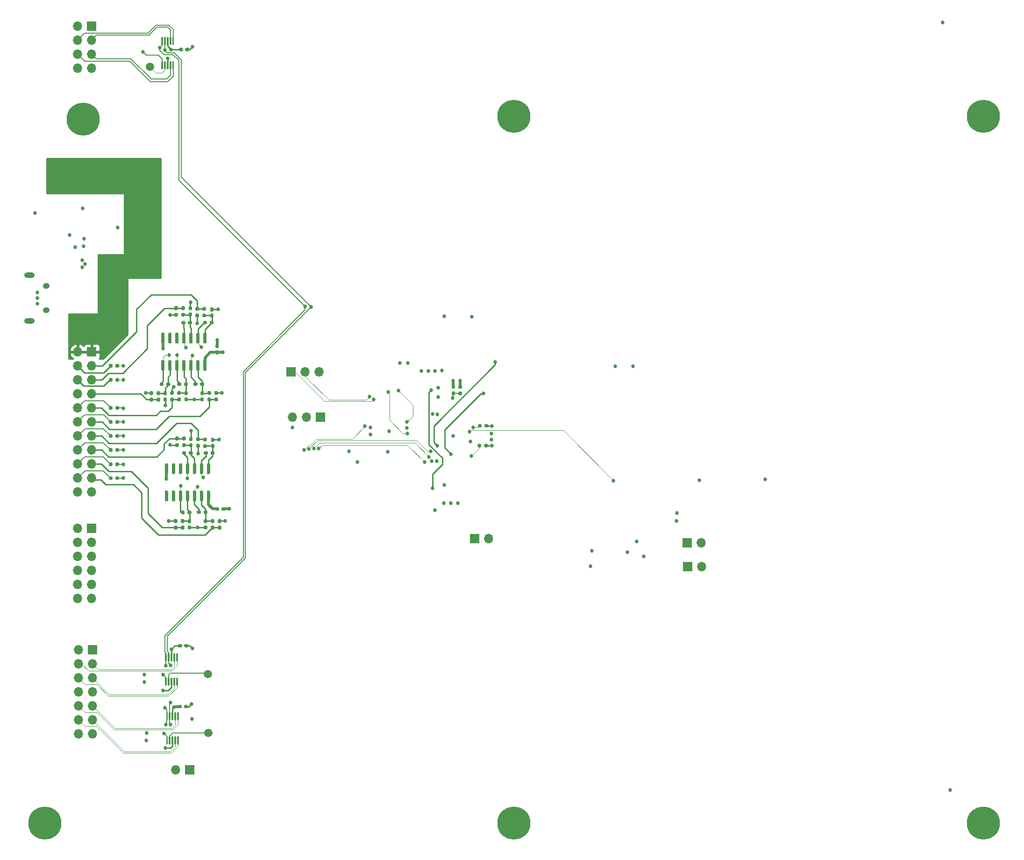
<source format=gtl>
G04 #@! TF.GenerationSoftware,KiCad,Pcbnew,(5.1.9)-1*
G04 #@! TF.CreationDate,2021-06-08T08:09:59+01:00*
G04 #@! TF.ProjectId,Looper_Board,4c6f6f70-6572-45f4-926f-6172642e6b69,rev?*
G04 #@! TF.SameCoordinates,Original*
G04 #@! TF.FileFunction,Copper,L1,Top*
G04 #@! TF.FilePolarity,Positive*
%FSLAX46Y46*%
G04 Gerber Fmt 4.6, Leading zero omitted, Abs format (unit mm)*
G04 Created by KiCad (PCBNEW (5.1.9)-1) date 2021-06-08 08:09:59*
%MOMM*%
%LPD*%
G01*
G04 APERTURE LIST*
G04 #@! TA.AperFunction,ComponentPad*
%ADD10R,1.700000X1.700000*%
G04 #@! TD*
G04 #@! TA.AperFunction,ComponentPad*
%ADD11O,1.700000X1.700000*%
G04 #@! TD*
G04 #@! TA.AperFunction,ComponentPad*
%ADD12O,1.250000X1.050000*%
G04 #@! TD*
G04 #@! TA.AperFunction,ComponentPad*
%ADD13O,1.900000X1.000000*%
G04 #@! TD*
G04 #@! TA.AperFunction,SMDPad,CuDef*
%ADD14C,1.500000*%
G04 #@! TD*
G04 #@! TA.AperFunction,ComponentPad*
%ADD15C,0.800000*%
G04 #@! TD*
G04 #@! TA.AperFunction,ComponentPad*
%ADD16C,6.000000*%
G04 #@! TD*
G04 #@! TA.AperFunction,ViaPad*
%ADD17C,0.685800*%
G04 #@! TD*
G04 #@! TA.AperFunction,Conductor*
%ADD18C,0.508000*%
G04 #@! TD*
G04 #@! TA.AperFunction,Conductor*
%ADD19C,0.254000*%
G04 #@! TD*
G04 #@! TA.AperFunction,Conductor*
%ADD20C,0.152400*%
G04 #@! TD*
G04 #@! TA.AperFunction,Conductor*
%ADD21C,0.117348*%
G04 #@! TD*
G04 #@! TA.AperFunction,Conductor*
%ADD22C,0.100000*%
G04 #@! TD*
G04 APERTURE END LIST*
G04 #@! TA.AperFunction,SMDPad,CuDef*
G36*
G01*
X93004500Y-109792900D02*
X93304500Y-109792900D01*
G75*
G02*
X93454500Y-109942900I0J-150000D01*
G01*
X93454500Y-111592900D01*
G75*
G02*
X93304500Y-111742900I-150000J0D01*
G01*
X93004500Y-111742900D01*
G75*
G02*
X92854500Y-111592900I0J150000D01*
G01*
X92854500Y-109942900D01*
G75*
G02*
X93004500Y-109792900I150000J0D01*
G01*
G37*
G04 #@! TD.AperFunction*
G04 #@! TA.AperFunction,SMDPad,CuDef*
G36*
G01*
X91734500Y-109792900D02*
X92034500Y-109792900D01*
G75*
G02*
X92184500Y-109942900I0J-150000D01*
G01*
X92184500Y-111592900D01*
G75*
G02*
X92034500Y-111742900I-150000J0D01*
G01*
X91734500Y-111742900D01*
G75*
G02*
X91584500Y-111592900I0J150000D01*
G01*
X91584500Y-109942900D01*
G75*
G02*
X91734500Y-109792900I150000J0D01*
G01*
G37*
G04 #@! TD.AperFunction*
G04 #@! TA.AperFunction,SMDPad,CuDef*
G36*
G01*
X90464500Y-109792900D02*
X90764500Y-109792900D01*
G75*
G02*
X90914500Y-109942900I0J-150000D01*
G01*
X90914500Y-111592900D01*
G75*
G02*
X90764500Y-111742900I-150000J0D01*
G01*
X90464500Y-111742900D01*
G75*
G02*
X90314500Y-111592900I0J150000D01*
G01*
X90314500Y-109942900D01*
G75*
G02*
X90464500Y-109792900I150000J0D01*
G01*
G37*
G04 #@! TD.AperFunction*
G04 #@! TA.AperFunction,SMDPad,CuDef*
G36*
G01*
X89194500Y-109792900D02*
X89494500Y-109792900D01*
G75*
G02*
X89644500Y-109942900I0J-150000D01*
G01*
X89644500Y-111592900D01*
G75*
G02*
X89494500Y-111742900I-150000J0D01*
G01*
X89194500Y-111742900D01*
G75*
G02*
X89044500Y-111592900I0J150000D01*
G01*
X89044500Y-109942900D01*
G75*
G02*
X89194500Y-109792900I150000J0D01*
G01*
G37*
G04 #@! TD.AperFunction*
G04 #@! TA.AperFunction,SMDPad,CuDef*
G36*
G01*
X87924500Y-109792900D02*
X88224500Y-109792900D01*
G75*
G02*
X88374500Y-109942900I0J-150000D01*
G01*
X88374500Y-111592900D01*
G75*
G02*
X88224500Y-111742900I-150000J0D01*
G01*
X87924500Y-111742900D01*
G75*
G02*
X87774500Y-111592900I0J150000D01*
G01*
X87774500Y-109942900D01*
G75*
G02*
X87924500Y-109792900I150000J0D01*
G01*
G37*
G04 #@! TD.AperFunction*
G04 #@! TA.AperFunction,SMDPad,CuDef*
G36*
G01*
X86654500Y-109792900D02*
X86954500Y-109792900D01*
G75*
G02*
X87104500Y-109942900I0J-150000D01*
G01*
X87104500Y-111592900D01*
G75*
G02*
X86954500Y-111742900I-150000J0D01*
G01*
X86654500Y-111742900D01*
G75*
G02*
X86504500Y-111592900I0J150000D01*
G01*
X86504500Y-109942900D01*
G75*
G02*
X86654500Y-109792900I150000J0D01*
G01*
G37*
G04 #@! TD.AperFunction*
G04 #@! TA.AperFunction,SMDPad,CuDef*
G36*
G01*
X85384500Y-109792900D02*
X85684500Y-109792900D01*
G75*
G02*
X85834500Y-109942900I0J-150000D01*
G01*
X85834500Y-111592900D01*
G75*
G02*
X85684500Y-111742900I-150000J0D01*
G01*
X85384500Y-111742900D01*
G75*
G02*
X85234500Y-111592900I0J150000D01*
G01*
X85234500Y-109942900D01*
G75*
G02*
X85384500Y-109792900I150000J0D01*
G01*
G37*
G04 #@! TD.AperFunction*
G04 #@! TA.AperFunction,SMDPad,CuDef*
G36*
G01*
X85384500Y-104842900D02*
X85684500Y-104842900D01*
G75*
G02*
X85834500Y-104992900I0J-150000D01*
G01*
X85834500Y-106642900D01*
G75*
G02*
X85684500Y-106792900I-150000J0D01*
G01*
X85384500Y-106792900D01*
G75*
G02*
X85234500Y-106642900I0J150000D01*
G01*
X85234500Y-104992900D01*
G75*
G02*
X85384500Y-104842900I150000J0D01*
G01*
G37*
G04 #@! TD.AperFunction*
G04 #@! TA.AperFunction,SMDPad,CuDef*
G36*
G01*
X86654500Y-104842900D02*
X86954500Y-104842900D01*
G75*
G02*
X87104500Y-104992900I0J-150000D01*
G01*
X87104500Y-106642900D01*
G75*
G02*
X86954500Y-106792900I-150000J0D01*
G01*
X86654500Y-106792900D01*
G75*
G02*
X86504500Y-106642900I0J150000D01*
G01*
X86504500Y-104992900D01*
G75*
G02*
X86654500Y-104842900I150000J0D01*
G01*
G37*
G04 #@! TD.AperFunction*
G04 #@! TA.AperFunction,SMDPad,CuDef*
G36*
G01*
X87924500Y-104842900D02*
X88224500Y-104842900D01*
G75*
G02*
X88374500Y-104992900I0J-150000D01*
G01*
X88374500Y-106642900D01*
G75*
G02*
X88224500Y-106792900I-150000J0D01*
G01*
X87924500Y-106792900D01*
G75*
G02*
X87774500Y-106642900I0J150000D01*
G01*
X87774500Y-104992900D01*
G75*
G02*
X87924500Y-104842900I150000J0D01*
G01*
G37*
G04 #@! TD.AperFunction*
G04 #@! TA.AperFunction,SMDPad,CuDef*
G36*
G01*
X89194500Y-104842900D02*
X89494500Y-104842900D01*
G75*
G02*
X89644500Y-104992900I0J-150000D01*
G01*
X89644500Y-106642900D01*
G75*
G02*
X89494500Y-106792900I-150000J0D01*
G01*
X89194500Y-106792900D01*
G75*
G02*
X89044500Y-106642900I0J150000D01*
G01*
X89044500Y-104992900D01*
G75*
G02*
X89194500Y-104842900I150000J0D01*
G01*
G37*
G04 #@! TD.AperFunction*
G04 #@! TA.AperFunction,SMDPad,CuDef*
G36*
G01*
X90464500Y-104842900D02*
X90764500Y-104842900D01*
G75*
G02*
X90914500Y-104992900I0J-150000D01*
G01*
X90914500Y-106642900D01*
G75*
G02*
X90764500Y-106792900I-150000J0D01*
G01*
X90464500Y-106792900D01*
G75*
G02*
X90314500Y-106642900I0J150000D01*
G01*
X90314500Y-104992900D01*
G75*
G02*
X90464500Y-104842900I150000J0D01*
G01*
G37*
G04 #@! TD.AperFunction*
G04 #@! TA.AperFunction,SMDPad,CuDef*
G36*
G01*
X91734500Y-104842900D02*
X92034500Y-104842900D01*
G75*
G02*
X92184500Y-104992900I0J-150000D01*
G01*
X92184500Y-106642900D01*
G75*
G02*
X92034500Y-106792900I-150000J0D01*
G01*
X91734500Y-106792900D01*
G75*
G02*
X91584500Y-106642900I0J150000D01*
G01*
X91584500Y-104992900D01*
G75*
G02*
X91734500Y-104842900I150000J0D01*
G01*
G37*
G04 #@! TD.AperFunction*
G04 #@! TA.AperFunction,SMDPad,CuDef*
G36*
G01*
X93004500Y-104842900D02*
X93304500Y-104842900D01*
G75*
G02*
X93454500Y-104992900I0J-150000D01*
G01*
X93454500Y-106642900D01*
G75*
G02*
X93304500Y-106792900I-150000J0D01*
G01*
X93004500Y-106792900D01*
G75*
G02*
X92854500Y-106642900I0J150000D01*
G01*
X92854500Y-104992900D01*
G75*
G02*
X93004500Y-104842900I150000J0D01*
G01*
G37*
G04 #@! TD.AperFunction*
D10*
X90360500Y-184099200D03*
D11*
X87820500Y-184099200D03*
G04 #@! TA.AperFunction,SMDPad,CuDef*
G36*
G01*
X94554100Y-100980900D02*
X94244100Y-100980900D01*
G75*
G02*
X94089100Y-100825900I0J155000D01*
G01*
X94089100Y-100400900D01*
G75*
G02*
X94244100Y-100245900I155000J0D01*
G01*
X94554100Y-100245900D01*
G75*
G02*
X94709100Y-100400900I0J-155000D01*
G01*
X94709100Y-100825900D01*
G75*
G02*
X94554100Y-100980900I-155000J0D01*
G01*
G37*
G04 #@! TD.AperFunction*
G04 #@! TA.AperFunction,SMDPad,CuDef*
G36*
G01*
X94554100Y-102115900D02*
X94244100Y-102115900D01*
G75*
G02*
X94089100Y-101960900I0J155000D01*
G01*
X94089100Y-101535900D01*
G75*
G02*
X94244100Y-101380900I155000J0D01*
G01*
X94554100Y-101380900D01*
G75*
G02*
X94709100Y-101535900I0J-155000D01*
G01*
X94709100Y-101960900D01*
G75*
G02*
X94554100Y-102115900I-155000J0D01*
G01*
G37*
G04 #@! TD.AperFunction*
G04 #@! TA.AperFunction,SMDPad,CuDef*
G36*
G01*
X89392100Y-161724400D02*
X89392100Y-161414400D01*
G75*
G02*
X89547100Y-161259400I155000J0D01*
G01*
X89972100Y-161259400D01*
G75*
G02*
X90127100Y-161414400I0J-155000D01*
G01*
X90127100Y-161724400D01*
G75*
G02*
X89972100Y-161879400I-155000J0D01*
G01*
X89547100Y-161879400D01*
G75*
G02*
X89392100Y-161724400I0J155000D01*
G01*
G37*
G04 #@! TD.AperFunction*
G04 #@! TA.AperFunction,SMDPad,CuDef*
G36*
G01*
X88257100Y-161724400D02*
X88257100Y-161414400D01*
G75*
G02*
X88412100Y-161259400I155000J0D01*
G01*
X88837100Y-161259400D01*
G75*
G02*
X88992100Y-161414400I0J-155000D01*
G01*
X88992100Y-161724400D01*
G75*
G02*
X88837100Y-161879400I-155000J0D01*
G01*
X88412100Y-161879400D01*
G75*
G02*
X88257100Y-161724400I0J155000D01*
G01*
G37*
G04 #@! TD.AperFunction*
G04 #@! TA.AperFunction,SMDPad,CuDef*
G36*
G01*
X89557800Y-116544700D02*
X89867800Y-116544700D01*
G75*
G02*
X90022800Y-116699700I0J-155000D01*
G01*
X90022800Y-117124700D01*
G75*
G02*
X89867800Y-117279700I-155000J0D01*
G01*
X89557800Y-117279700D01*
G75*
G02*
X89402800Y-117124700I0J155000D01*
G01*
X89402800Y-116699700D01*
G75*
G02*
X89557800Y-116544700I155000J0D01*
G01*
G37*
G04 #@! TD.AperFunction*
G04 #@! TA.AperFunction,SMDPad,CuDef*
G36*
G01*
X89557800Y-115409700D02*
X89867800Y-115409700D01*
G75*
G02*
X90022800Y-115564700I0J-155000D01*
G01*
X90022800Y-115989700D01*
G75*
G02*
X89867800Y-116144700I-155000J0D01*
G01*
X89557800Y-116144700D01*
G75*
G02*
X89402800Y-115989700I0J155000D01*
G01*
X89402800Y-115564700D01*
G75*
G02*
X89557800Y-115409700I155000J0D01*
G01*
G37*
G04 #@! TD.AperFunction*
G04 #@! TA.AperFunction,SMDPad,CuDef*
G36*
G01*
X92478800Y-115409700D02*
X92788800Y-115409700D01*
G75*
G02*
X92943800Y-115564700I0J-155000D01*
G01*
X92943800Y-115989700D01*
G75*
G02*
X92788800Y-116144700I-155000J0D01*
G01*
X92478800Y-116144700D01*
G75*
G02*
X92323800Y-115989700I0J155000D01*
G01*
X92323800Y-115564700D01*
G75*
G02*
X92478800Y-115409700I155000J0D01*
G01*
G37*
G04 #@! TD.AperFunction*
G04 #@! TA.AperFunction,SMDPad,CuDef*
G36*
G01*
X92478800Y-116544700D02*
X92788800Y-116544700D01*
G75*
G02*
X92943800Y-116699700I0J-155000D01*
G01*
X92943800Y-117124700D01*
G75*
G02*
X92788800Y-117279700I-155000J0D01*
G01*
X92478800Y-117279700D01*
G75*
G02*
X92323800Y-117124700I0J155000D01*
G01*
X92323800Y-116699700D01*
G75*
G02*
X92478800Y-116544700I155000J0D01*
G01*
G37*
G04 #@! TD.AperFunction*
G04 #@! TA.AperFunction,SMDPad,CuDef*
G36*
G01*
X94693800Y-125737900D02*
X94383800Y-125737900D01*
G75*
G02*
X94228800Y-125582900I0J155000D01*
G01*
X94228800Y-125157900D01*
G75*
G02*
X94383800Y-125002900I155000J0D01*
G01*
X94693800Y-125002900D01*
G75*
G02*
X94848800Y-125157900I0J-155000D01*
G01*
X94848800Y-125582900D01*
G75*
G02*
X94693800Y-125737900I-155000J0D01*
G01*
G37*
G04 #@! TD.AperFunction*
G04 #@! TA.AperFunction,SMDPad,CuDef*
G36*
G01*
X94693800Y-124602900D02*
X94383800Y-124602900D01*
G75*
G02*
X94228800Y-124447900I0J155000D01*
G01*
X94228800Y-124022900D01*
G75*
G02*
X94383800Y-123867900I155000J0D01*
G01*
X94693800Y-123867900D01*
G75*
G02*
X94848800Y-124022900I0J-155000D01*
G01*
X94848800Y-124447900D01*
G75*
G02*
X94693800Y-124602900I-155000J0D01*
G01*
G37*
G04 #@! TD.AperFunction*
G04 #@! TA.AperFunction,SMDPad,CuDef*
G36*
G01*
X90756800Y-125585500D02*
X90446800Y-125585500D01*
G75*
G02*
X90291800Y-125430500I0J155000D01*
G01*
X90291800Y-125005500D01*
G75*
G02*
X90446800Y-124850500I155000J0D01*
G01*
X90756800Y-124850500D01*
G75*
G02*
X90911800Y-125005500I0J-155000D01*
G01*
X90911800Y-125430500D01*
G75*
G02*
X90756800Y-125585500I-155000J0D01*
G01*
G37*
G04 #@! TD.AperFunction*
G04 #@! TA.AperFunction,SMDPad,CuDef*
G36*
G01*
X90756800Y-124450500D02*
X90446800Y-124450500D01*
G75*
G02*
X90291800Y-124295500I0J155000D01*
G01*
X90291800Y-123870500D01*
G75*
G02*
X90446800Y-123715500I155000J0D01*
G01*
X90756800Y-123715500D01*
G75*
G02*
X90911800Y-123870500I0J-155000D01*
G01*
X90911800Y-124295500D01*
G75*
G02*
X90756800Y-124450500I-155000J0D01*
G01*
G37*
G04 #@! TD.AperFunction*
G04 #@! TA.AperFunction,SMDPad,CuDef*
G36*
G01*
X90192800Y-139760300D02*
X90502800Y-139760300D01*
G75*
G02*
X90657800Y-139915300I0J-155000D01*
G01*
X90657800Y-140340300D01*
G75*
G02*
X90502800Y-140495300I-155000J0D01*
G01*
X90192800Y-140495300D01*
G75*
G02*
X90037800Y-140340300I0J155000D01*
G01*
X90037800Y-139915300D01*
G75*
G02*
X90192800Y-139760300I155000J0D01*
G01*
G37*
G04 #@! TD.AperFunction*
G04 #@! TA.AperFunction,SMDPad,CuDef*
G36*
G01*
X90192800Y-138625300D02*
X90502800Y-138625300D01*
G75*
G02*
X90657800Y-138780300I0J-155000D01*
G01*
X90657800Y-139205300D01*
G75*
G02*
X90502800Y-139360300I-155000J0D01*
G01*
X90192800Y-139360300D01*
G75*
G02*
X90037800Y-139205300I0J155000D01*
G01*
X90037800Y-138780300D01*
G75*
G02*
X90192800Y-138625300I155000J0D01*
G01*
G37*
G04 #@! TD.AperFunction*
G04 #@! TA.AperFunction,SMDPad,CuDef*
G36*
G01*
X89354000Y-172748000D02*
X89354000Y-172438000D01*
G75*
G02*
X89509000Y-172283000I155000J0D01*
G01*
X89934000Y-172283000D01*
G75*
G02*
X90089000Y-172438000I0J-155000D01*
G01*
X90089000Y-172748000D01*
G75*
G02*
X89934000Y-172903000I-155000J0D01*
G01*
X89509000Y-172903000D01*
G75*
G02*
X89354000Y-172748000I0J155000D01*
G01*
G37*
G04 #@! TD.AperFunction*
G04 #@! TA.AperFunction,SMDPad,CuDef*
G36*
G01*
X88219000Y-172748000D02*
X88219000Y-172438000D01*
G75*
G02*
X88374000Y-172283000I155000J0D01*
G01*
X88799000Y-172283000D01*
G75*
G02*
X88954000Y-172438000I0J-155000D01*
G01*
X88954000Y-172748000D01*
G75*
G02*
X88799000Y-172903000I-155000J0D01*
G01*
X88374000Y-172903000D01*
G75*
G02*
X88219000Y-172748000I0J155000D01*
G01*
G37*
G04 #@! TD.AperFunction*
G04 #@! TA.AperFunction,SMDPad,CuDef*
G36*
G01*
X93088400Y-138625300D02*
X93398400Y-138625300D01*
G75*
G02*
X93553400Y-138780300I0J-155000D01*
G01*
X93553400Y-139205300D01*
G75*
G02*
X93398400Y-139360300I-155000J0D01*
G01*
X93088400Y-139360300D01*
G75*
G02*
X92933400Y-139205300I0J155000D01*
G01*
X92933400Y-138780300D01*
G75*
G02*
X93088400Y-138625300I155000J0D01*
G01*
G37*
G04 #@! TD.AperFunction*
G04 #@! TA.AperFunction,SMDPad,CuDef*
G36*
G01*
X93088400Y-139760300D02*
X93398400Y-139760300D01*
G75*
G02*
X93553400Y-139915300I0J-155000D01*
G01*
X93553400Y-140340300D01*
G75*
G02*
X93398400Y-140495300I-155000J0D01*
G01*
X93088400Y-140495300D01*
G75*
G02*
X92933400Y-140340300I0J155000D01*
G01*
X92933400Y-139915300D01*
G75*
G02*
X93088400Y-139760300I155000J0D01*
G01*
G37*
G04 #@! TD.AperFunction*
G04 #@! TA.AperFunction,SMDPad,CuDef*
G36*
G01*
X85798600Y-116557400D02*
X86108600Y-116557400D01*
G75*
G02*
X86263600Y-116712400I0J-155000D01*
G01*
X86263600Y-117137400D01*
G75*
G02*
X86108600Y-117292400I-155000J0D01*
G01*
X85798600Y-117292400D01*
G75*
G02*
X85643600Y-117137400I0J155000D01*
G01*
X85643600Y-116712400D01*
G75*
G02*
X85798600Y-116557400I155000J0D01*
G01*
G37*
G04 #@! TD.AperFunction*
G04 #@! TA.AperFunction,SMDPad,CuDef*
G36*
G01*
X85798600Y-115422400D02*
X86108600Y-115422400D01*
G75*
G02*
X86263600Y-115577400I0J-155000D01*
G01*
X86263600Y-116002400D01*
G75*
G02*
X86108600Y-116157400I-155000J0D01*
G01*
X85798600Y-116157400D01*
G75*
G02*
X85643600Y-116002400I0J155000D01*
G01*
X85643600Y-115577400D01*
G75*
G02*
X85798600Y-115422400I155000J0D01*
G01*
G37*
G04 #@! TD.AperFunction*
G04 #@! TA.AperFunction,SMDPad,CuDef*
G36*
G01*
X88422200Y-53647400D02*
X88422200Y-53337400D01*
G75*
G02*
X88577200Y-53182400I155000J0D01*
G01*
X89002200Y-53182400D01*
G75*
G02*
X89157200Y-53337400I0J-155000D01*
G01*
X89157200Y-53647400D01*
G75*
G02*
X89002200Y-53802400I-155000J0D01*
G01*
X88577200Y-53802400D01*
G75*
G02*
X88422200Y-53647400I0J155000D01*
G01*
G37*
G04 #@! TD.AperFunction*
G04 #@! TA.AperFunction,SMDPad,CuDef*
G36*
G01*
X89557200Y-53647400D02*
X89557200Y-53337400D01*
G75*
G02*
X89712200Y-53182400I155000J0D01*
G01*
X90137200Y-53182400D01*
G75*
G02*
X90292200Y-53337400I0J-155000D01*
G01*
X90292200Y-53647400D01*
G75*
G02*
X90137200Y-53802400I-155000J0D01*
G01*
X89712200Y-53802400D01*
G75*
G02*
X89557200Y-53647400I0J155000D01*
G01*
G37*
G04 #@! TD.AperFunction*
G04 #@! TA.AperFunction,SMDPad,CuDef*
G36*
G01*
X90642500Y-101912700D02*
X90332500Y-101912700D01*
G75*
G02*
X90177500Y-101757700I0J155000D01*
G01*
X90177500Y-101332700D01*
G75*
G02*
X90332500Y-101177700I155000J0D01*
G01*
X90642500Y-101177700D01*
G75*
G02*
X90797500Y-101332700I0J-155000D01*
G01*
X90797500Y-101757700D01*
G75*
G02*
X90642500Y-101912700I-155000J0D01*
G01*
G37*
G04 #@! TD.AperFunction*
G04 #@! TA.AperFunction,SMDPad,CuDef*
G36*
G01*
X90642500Y-100777700D02*
X90332500Y-100777700D01*
G75*
G02*
X90177500Y-100622700I0J155000D01*
G01*
X90177500Y-100197700D01*
G75*
G02*
X90332500Y-100042700I155000J0D01*
G01*
X90642500Y-100042700D01*
G75*
G02*
X90797500Y-100197700I0J-155000D01*
G01*
X90797500Y-100622700D01*
G75*
G02*
X90642500Y-100777700I-155000J0D01*
G01*
G37*
G04 #@! TD.AperFunction*
G04 #@! TA.AperFunction,SMDPad,CuDef*
G36*
G01*
X95506600Y-107635700D02*
X95196600Y-107635700D01*
G75*
G02*
X95041600Y-107480700I0J155000D01*
G01*
X95041600Y-107055700D01*
G75*
G02*
X95196600Y-106900700I155000J0D01*
G01*
X95506600Y-106900700D01*
G75*
G02*
X95661600Y-107055700I0J-155000D01*
G01*
X95661600Y-107480700D01*
G75*
G02*
X95506600Y-107635700I-155000J0D01*
G01*
G37*
G04 #@! TD.AperFunction*
G04 #@! TA.AperFunction,SMDPad,CuDef*
G36*
G01*
X95506600Y-108770700D02*
X95196600Y-108770700D01*
G75*
G02*
X95041600Y-108615700I0J155000D01*
G01*
X95041600Y-108190700D01*
G75*
G02*
X95196600Y-108035700I155000J0D01*
G01*
X95506600Y-108035700D01*
G75*
G02*
X95661600Y-108190700I0J-155000D01*
G01*
X95661600Y-108615700D01*
G75*
G02*
X95506600Y-108770700I-155000J0D01*
G01*
G37*
G04 #@! TD.AperFunction*
G04 #@! TA.AperFunction,SMDPad,CuDef*
G36*
G01*
X96135800Y-136921300D02*
X96135800Y-136611300D01*
G75*
G02*
X96290800Y-136456300I155000J0D01*
G01*
X96715800Y-136456300D01*
G75*
G02*
X96870800Y-136611300I0J-155000D01*
G01*
X96870800Y-136921300D01*
G75*
G02*
X96715800Y-137076300I-155000J0D01*
G01*
X96290800Y-137076300D01*
G75*
G02*
X96135800Y-136921300I0J155000D01*
G01*
G37*
G04 #@! TD.AperFunction*
G04 #@! TA.AperFunction,SMDPad,CuDef*
G36*
G01*
X95000800Y-136921300D02*
X95000800Y-136611300D01*
G75*
G02*
X95155800Y-136456300I155000J0D01*
G01*
X95580800Y-136456300D01*
G75*
G02*
X95735800Y-136611300I0J-155000D01*
G01*
X95735800Y-136921300D01*
G75*
G02*
X95580800Y-137076300I-155000J0D01*
G01*
X95155800Y-137076300D01*
G75*
G02*
X95000800Y-136921300I0J155000D01*
G01*
G37*
G04 #@! TD.AperFunction*
D10*
X72720200Y-162267900D03*
D11*
X70180200Y-162267900D03*
X72720200Y-164807900D03*
X70180200Y-164807900D03*
X72720200Y-167347900D03*
X70180200Y-167347900D03*
X72720200Y-169887900D03*
X70180200Y-169887900D03*
X72720200Y-172427900D03*
X70180200Y-172427900D03*
X72720200Y-174967900D03*
X70180200Y-174967900D03*
X72720200Y-177507900D03*
X70180200Y-177507900D03*
X113804700Y-111937800D03*
X111264700Y-111937800D03*
D10*
X108724700Y-111937800D03*
X114096800Y-120116600D03*
D11*
X111556800Y-120116600D03*
X109016800Y-120116600D03*
D12*
X64366400Y-100777000D03*
X64366400Y-96327000D03*
D13*
X61366400Y-102727000D03*
X61366400Y-94377000D03*
D10*
X72593200Y-49237900D03*
D11*
X70053200Y-49237900D03*
X72593200Y-51777900D03*
X70053200Y-51777900D03*
X72593200Y-54317900D03*
X70053200Y-54317900D03*
X72593200Y-56857900D03*
X70053200Y-56857900D03*
D10*
X142036800Y-142151100D03*
D11*
X144576800Y-142151100D03*
D10*
X72567800Y-140296900D03*
D11*
X70027800Y-140296900D03*
X72567800Y-142836900D03*
X70027800Y-142836900D03*
X72567800Y-145376900D03*
X70027800Y-145376900D03*
X72567800Y-147916900D03*
X70027800Y-147916900D03*
X72567800Y-150456900D03*
X70027800Y-150456900D03*
X72567800Y-152996900D03*
X70027800Y-152996900D03*
D10*
X180543200Y-142925800D03*
D11*
X183083200Y-142925800D03*
X183172100Y-147243800D03*
D10*
X180632100Y-147243800D03*
G04 #@! TA.AperFunction,SMDPad,CuDef*
G36*
G01*
X77612200Y-110660200D02*
X77612200Y-110980200D01*
G75*
G02*
X77452200Y-111140200I-160000J0D01*
G01*
X77057200Y-111140200D01*
G75*
G02*
X76897200Y-110980200I0J160000D01*
G01*
X76897200Y-110660200D01*
G75*
G02*
X77057200Y-110500200I160000J0D01*
G01*
X77452200Y-110500200D01*
G75*
G02*
X77612200Y-110660200I0J-160000D01*
G01*
G37*
G04 #@! TD.AperFunction*
G04 #@! TA.AperFunction,SMDPad,CuDef*
G36*
G01*
X76417200Y-110660200D02*
X76417200Y-110980200D01*
G75*
G02*
X76257200Y-111140200I-160000J0D01*
G01*
X75862200Y-111140200D01*
G75*
G02*
X75702200Y-110980200I0J160000D01*
G01*
X75702200Y-110660200D01*
G75*
G02*
X75862200Y-110500200I160000J0D01*
G01*
X76257200Y-110500200D01*
G75*
G02*
X76417200Y-110660200I0J-160000D01*
G01*
G37*
G04 #@! TD.AperFunction*
G04 #@! TA.AperFunction,SMDPad,CuDef*
G36*
G01*
X76417200Y-113225600D02*
X76417200Y-113545600D01*
G75*
G02*
X76257200Y-113705600I-160000J0D01*
G01*
X75862200Y-113705600D01*
G75*
G02*
X75702200Y-113545600I0J160000D01*
G01*
X75702200Y-113225600D01*
G75*
G02*
X75862200Y-113065600I160000J0D01*
G01*
X76257200Y-113065600D01*
G75*
G02*
X76417200Y-113225600I0J-160000D01*
G01*
G37*
G04 #@! TD.AperFunction*
G04 #@! TA.AperFunction,SMDPad,CuDef*
G36*
G01*
X77612200Y-113225600D02*
X77612200Y-113545600D01*
G75*
G02*
X77452200Y-113705600I-160000J0D01*
G01*
X77057200Y-113705600D01*
G75*
G02*
X76897200Y-113545600I0J160000D01*
G01*
X76897200Y-113225600D01*
G75*
G02*
X77057200Y-113065600I160000J0D01*
G01*
X77452200Y-113065600D01*
G75*
G02*
X77612200Y-113225600I0J-160000D01*
G01*
G37*
G04 #@! TD.AperFunction*
G04 #@! TA.AperFunction,SMDPad,CuDef*
G36*
G01*
X77596960Y-118303060D02*
X77596960Y-118623060D01*
G75*
G02*
X77436960Y-118783060I-160000J0D01*
G01*
X77041960Y-118783060D01*
G75*
G02*
X76881960Y-118623060I0J160000D01*
G01*
X76881960Y-118303060D01*
G75*
G02*
X77041960Y-118143060I160000J0D01*
G01*
X77436960Y-118143060D01*
G75*
G02*
X77596960Y-118303060I0J-160000D01*
G01*
G37*
G04 #@! TD.AperFunction*
G04 #@! TA.AperFunction,SMDPad,CuDef*
G36*
G01*
X76401960Y-118303060D02*
X76401960Y-118623060D01*
G75*
G02*
X76241960Y-118783060I-160000J0D01*
G01*
X75846960Y-118783060D01*
G75*
G02*
X75686960Y-118623060I0J160000D01*
G01*
X75686960Y-118303060D01*
G75*
G02*
X75846960Y-118143060I160000J0D01*
G01*
X76241960Y-118143060D01*
G75*
G02*
X76401960Y-118303060I0J-160000D01*
G01*
G37*
G04 #@! TD.AperFunction*
G04 #@! TA.AperFunction,SMDPad,CuDef*
G36*
G01*
X76401960Y-120843060D02*
X76401960Y-121163060D01*
G75*
G02*
X76241960Y-121323060I-160000J0D01*
G01*
X75846960Y-121323060D01*
G75*
G02*
X75686960Y-121163060I0J160000D01*
G01*
X75686960Y-120843060D01*
G75*
G02*
X75846960Y-120683060I160000J0D01*
G01*
X76241960Y-120683060D01*
G75*
G02*
X76401960Y-120843060I0J-160000D01*
G01*
G37*
G04 #@! TD.AperFunction*
G04 #@! TA.AperFunction,SMDPad,CuDef*
G36*
G01*
X77596960Y-120843060D02*
X77596960Y-121163060D01*
G75*
G02*
X77436960Y-121323060I-160000J0D01*
G01*
X77041960Y-121323060D01*
G75*
G02*
X76881960Y-121163060I0J160000D01*
G01*
X76881960Y-120843060D01*
G75*
G02*
X77041960Y-120683060I160000J0D01*
G01*
X77436960Y-120683060D01*
G75*
G02*
X77596960Y-120843060I0J-160000D01*
G01*
G37*
G04 #@! TD.AperFunction*
G04 #@! TA.AperFunction,SMDPad,CuDef*
G36*
G01*
X91892100Y-102059700D02*
X91572100Y-102059700D01*
G75*
G02*
X91412100Y-101899700I0J160000D01*
G01*
X91412100Y-101504700D01*
G75*
G02*
X91572100Y-101344700I160000J0D01*
G01*
X91892100Y-101344700D01*
G75*
G02*
X92052100Y-101504700I0J-160000D01*
G01*
X92052100Y-101899700D01*
G75*
G02*
X91892100Y-102059700I-160000J0D01*
G01*
G37*
G04 #@! TD.AperFunction*
G04 #@! TA.AperFunction,SMDPad,CuDef*
G36*
G01*
X91892100Y-100864700D02*
X91572100Y-100864700D01*
G75*
G02*
X91412100Y-100704700I0J160000D01*
G01*
X91412100Y-100309700D01*
G75*
G02*
X91572100Y-100149700I160000J0D01*
G01*
X91892100Y-100149700D01*
G75*
G02*
X92052100Y-100309700I0J-160000D01*
G01*
X92052100Y-100704700D01*
G75*
G02*
X91892100Y-100864700I-160000J0D01*
G01*
G37*
G04 #@! TD.AperFunction*
G04 #@! TA.AperFunction,SMDPad,CuDef*
G36*
G01*
X88056700Y-100737700D02*
X87736700Y-100737700D01*
G75*
G02*
X87576700Y-100577700I0J160000D01*
G01*
X87576700Y-100182700D01*
G75*
G02*
X87736700Y-100022700I160000J0D01*
G01*
X88056700Y-100022700D01*
G75*
G02*
X88216700Y-100182700I0J-160000D01*
G01*
X88216700Y-100577700D01*
G75*
G02*
X88056700Y-100737700I-160000J0D01*
G01*
G37*
G04 #@! TD.AperFunction*
G04 #@! TA.AperFunction,SMDPad,CuDef*
G36*
G01*
X88056700Y-101932700D02*
X87736700Y-101932700D01*
G75*
G02*
X87576700Y-101772700I0J160000D01*
G01*
X87576700Y-101377700D01*
G75*
G02*
X87736700Y-101217700I160000J0D01*
G01*
X88056700Y-101217700D01*
G75*
G02*
X88216700Y-101377700I0J-160000D01*
G01*
X88216700Y-101772700D01*
G75*
G02*
X88056700Y-101932700I-160000J0D01*
G01*
G37*
G04 #@! TD.AperFunction*
G04 #@! TA.AperFunction,SMDPad,CuDef*
G36*
G01*
X87012800Y-115389700D02*
X87332800Y-115389700D01*
G75*
G02*
X87492800Y-115549700I0J-160000D01*
G01*
X87492800Y-115944700D01*
G75*
G02*
X87332800Y-116104700I-160000J0D01*
G01*
X87012800Y-116104700D01*
G75*
G02*
X86852800Y-115944700I0J160000D01*
G01*
X86852800Y-115549700D01*
G75*
G02*
X87012800Y-115389700I160000J0D01*
G01*
G37*
G04 #@! TD.AperFunction*
G04 #@! TA.AperFunction,SMDPad,CuDef*
G36*
G01*
X87012800Y-116584700D02*
X87332800Y-116584700D01*
G75*
G02*
X87492800Y-116744700I0J-160000D01*
G01*
X87492800Y-117139700D01*
G75*
G02*
X87332800Y-117299700I-160000J0D01*
G01*
X87012800Y-117299700D01*
G75*
G02*
X86852800Y-117139700I0J160000D01*
G01*
X86852800Y-116744700D01*
G75*
G02*
X87012800Y-116584700I160000J0D01*
G01*
G37*
G04 #@! TD.AperFunction*
G04 #@! TA.AperFunction,SMDPad,CuDef*
G36*
G01*
X95013800Y-116584700D02*
X95333800Y-116584700D01*
G75*
G02*
X95493800Y-116744700I0J-160000D01*
G01*
X95493800Y-117139700D01*
G75*
G02*
X95333800Y-117299700I-160000J0D01*
G01*
X95013800Y-117299700D01*
G75*
G02*
X94853800Y-117139700I0J160000D01*
G01*
X94853800Y-116744700D01*
G75*
G02*
X95013800Y-116584700I160000J0D01*
G01*
G37*
G04 #@! TD.AperFunction*
G04 #@! TA.AperFunction,SMDPad,CuDef*
G36*
G01*
X95013800Y-115389700D02*
X95333800Y-115389700D01*
G75*
G02*
X95493800Y-115549700I0J-160000D01*
G01*
X95493800Y-115944700D01*
G75*
G02*
X95333800Y-116104700I-160000J0D01*
G01*
X95013800Y-116104700D01*
G75*
G02*
X94853800Y-115944700I0J160000D01*
G01*
X94853800Y-115549700D01*
G75*
G02*
X95013800Y-115389700I160000J0D01*
G01*
G37*
G04 #@! TD.AperFunction*
G04 #@! TA.AperFunction,SMDPad,CuDef*
G36*
G01*
X93162100Y-100864700D02*
X92842100Y-100864700D01*
G75*
G02*
X92682100Y-100704700I0J160000D01*
G01*
X92682100Y-100309700D01*
G75*
G02*
X92842100Y-100149700I160000J0D01*
G01*
X93162100Y-100149700D01*
G75*
G02*
X93322100Y-100309700I0J-160000D01*
G01*
X93322100Y-100704700D01*
G75*
G02*
X93162100Y-100864700I-160000J0D01*
G01*
G37*
G04 #@! TD.AperFunction*
G04 #@! TA.AperFunction,SMDPad,CuDef*
G36*
G01*
X93162100Y-102059700D02*
X92842100Y-102059700D01*
G75*
G02*
X92682100Y-101899700I0J160000D01*
G01*
X92682100Y-101504700D01*
G75*
G02*
X92842100Y-101344700I160000J0D01*
G01*
X93162100Y-101344700D01*
G75*
G02*
X93322100Y-101504700I0J-160000D01*
G01*
X93322100Y-101899700D01*
G75*
G02*
X93162100Y-102059700I-160000J0D01*
G01*
G37*
G04 #@! TD.AperFunction*
G04 #@! TA.AperFunction,SMDPad,CuDef*
G36*
G01*
X89352100Y-101932700D02*
X89032100Y-101932700D01*
G75*
G02*
X88872100Y-101772700I0J160000D01*
G01*
X88872100Y-101377700D01*
G75*
G02*
X89032100Y-101217700I160000J0D01*
G01*
X89352100Y-101217700D01*
G75*
G02*
X89512100Y-101377700I0J-160000D01*
G01*
X89512100Y-101772700D01*
G75*
G02*
X89352100Y-101932700I-160000J0D01*
G01*
G37*
G04 #@! TD.AperFunction*
G04 #@! TA.AperFunction,SMDPad,CuDef*
G36*
G01*
X89352100Y-100737700D02*
X89032100Y-100737700D01*
G75*
G02*
X88872100Y-100577700I0J160000D01*
G01*
X88872100Y-100182700D01*
G75*
G02*
X89032100Y-100022700I160000J0D01*
G01*
X89352100Y-100022700D01*
G75*
G02*
X89512100Y-100182700I0J-160000D01*
G01*
X89512100Y-100577700D01*
G75*
G02*
X89352100Y-100737700I-160000J0D01*
G01*
G37*
G04 #@! TD.AperFunction*
G04 #@! TA.AperFunction,SMDPad,CuDef*
G36*
G01*
X88282800Y-116584700D02*
X88602800Y-116584700D01*
G75*
G02*
X88762800Y-116744700I0J-160000D01*
G01*
X88762800Y-117139700D01*
G75*
G02*
X88602800Y-117299700I-160000J0D01*
G01*
X88282800Y-117299700D01*
G75*
G02*
X88122800Y-117139700I0J160000D01*
G01*
X88122800Y-116744700D01*
G75*
G02*
X88282800Y-116584700I160000J0D01*
G01*
G37*
G04 #@! TD.AperFunction*
G04 #@! TA.AperFunction,SMDPad,CuDef*
G36*
G01*
X88282800Y-115389700D02*
X88602800Y-115389700D01*
G75*
G02*
X88762800Y-115549700I0J-160000D01*
G01*
X88762800Y-115944700D01*
G75*
G02*
X88602800Y-116104700I-160000J0D01*
G01*
X88282800Y-116104700D01*
G75*
G02*
X88122800Y-115944700I0J160000D01*
G01*
X88122800Y-115549700D01*
G75*
G02*
X88282800Y-115389700I160000J0D01*
G01*
G37*
G04 #@! TD.AperFunction*
G04 #@! TA.AperFunction,SMDPad,CuDef*
G36*
G01*
X93743800Y-115389700D02*
X94063800Y-115389700D01*
G75*
G02*
X94223800Y-115549700I0J-160000D01*
G01*
X94223800Y-115944700D01*
G75*
G02*
X94063800Y-116104700I-160000J0D01*
G01*
X93743800Y-116104700D01*
G75*
G02*
X93583800Y-115944700I0J160000D01*
G01*
X93583800Y-115549700D01*
G75*
G02*
X93743800Y-115389700I160000J0D01*
G01*
G37*
G04 #@! TD.AperFunction*
G04 #@! TA.AperFunction,SMDPad,CuDef*
G36*
G01*
X93743800Y-116584700D02*
X94063800Y-116584700D01*
G75*
G02*
X94223800Y-116744700I0J-160000D01*
G01*
X94223800Y-117139700D01*
G75*
G02*
X94063800Y-117299700I-160000J0D01*
G01*
X93743800Y-117299700D01*
G75*
G02*
X93583800Y-117139700I0J160000D01*
G01*
X93583800Y-116744700D01*
G75*
G02*
X93743800Y-116584700I160000J0D01*
G01*
G37*
G04 #@! TD.AperFunction*
G04 #@! TA.AperFunction,SMDPad,CuDef*
G36*
G01*
X92809100Y-103169700D02*
X92809100Y-102849700D01*
G75*
G02*
X92969100Y-102689700I160000J0D01*
G01*
X93364100Y-102689700D01*
G75*
G02*
X93524100Y-102849700I0J-160000D01*
G01*
X93524100Y-103169700D01*
G75*
G02*
X93364100Y-103329700I-160000J0D01*
G01*
X92969100Y-103329700D01*
G75*
G02*
X92809100Y-103169700I0J160000D01*
G01*
G37*
G04 #@! TD.AperFunction*
G04 #@! TA.AperFunction,SMDPad,CuDef*
G36*
G01*
X94004100Y-103169700D02*
X94004100Y-102849700D01*
G75*
G02*
X94164100Y-102689700I160000J0D01*
G01*
X94559100Y-102689700D01*
G75*
G02*
X94719100Y-102849700I0J-160000D01*
G01*
X94719100Y-103169700D01*
G75*
G02*
X94559100Y-103329700I-160000J0D01*
G01*
X94164100Y-103329700D01*
G75*
G02*
X94004100Y-103169700I0J160000D01*
G01*
G37*
G04 #@! TD.AperFunction*
G04 #@! TA.AperFunction,SMDPad,CuDef*
G36*
G01*
X90067100Y-103169700D02*
X90067100Y-102849700D01*
G75*
G02*
X90227100Y-102689700I160000J0D01*
G01*
X90622100Y-102689700D01*
G75*
G02*
X90782100Y-102849700I0J-160000D01*
G01*
X90782100Y-103169700D01*
G75*
G02*
X90622100Y-103329700I-160000J0D01*
G01*
X90227100Y-103329700D01*
G75*
G02*
X90067100Y-103169700I0J160000D01*
G01*
G37*
G04 #@! TD.AperFunction*
G04 #@! TA.AperFunction,SMDPad,CuDef*
G36*
G01*
X88872100Y-103169700D02*
X88872100Y-102849700D01*
G75*
G02*
X89032100Y-102689700I160000J0D01*
G01*
X89427100Y-102689700D01*
G75*
G02*
X89587100Y-102849700I0J-160000D01*
G01*
X89587100Y-103169700D01*
G75*
G02*
X89427100Y-103329700I-160000J0D01*
G01*
X89032100Y-103329700D01*
G75*
G02*
X88872100Y-103169700I0J160000D01*
G01*
G37*
G04 #@! TD.AperFunction*
G04 #@! TA.AperFunction,SMDPad,CuDef*
G36*
G01*
X88122800Y-114320300D02*
X88122800Y-114000300D01*
G75*
G02*
X88282800Y-113840300I160000J0D01*
G01*
X88677800Y-113840300D01*
G75*
G02*
X88837800Y-114000300I0J-160000D01*
G01*
X88837800Y-114320300D01*
G75*
G02*
X88677800Y-114480300I-160000J0D01*
G01*
X88282800Y-114480300D01*
G75*
G02*
X88122800Y-114320300I0J160000D01*
G01*
G37*
G04 #@! TD.AperFunction*
G04 #@! TA.AperFunction,SMDPad,CuDef*
G36*
G01*
X89317800Y-114320300D02*
X89317800Y-114000300D01*
G75*
G02*
X89477800Y-113840300I160000J0D01*
G01*
X89872800Y-113840300D01*
G75*
G02*
X90032800Y-114000300I0J-160000D01*
G01*
X90032800Y-114320300D01*
G75*
G02*
X89872800Y-114480300I-160000J0D01*
G01*
X89477800Y-114480300D01*
G75*
G02*
X89317800Y-114320300I0J160000D01*
G01*
G37*
G04 #@! TD.AperFunction*
G04 #@! TA.AperFunction,SMDPad,CuDef*
G36*
G01*
X92264200Y-114320300D02*
X92264200Y-114000300D01*
G75*
G02*
X92424200Y-113840300I160000J0D01*
G01*
X92819200Y-113840300D01*
G75*
G02*
X92979200Y-114000300I0J-160000D01*
G01*
X92979200Y-114320300D01*
G75*
G02*
X92819200Y-114480300I-160000J0D01*
G01*
X92424200Y-114480300D01*
G75*
G02*
X92264200Y-114320300I0J160000D01*
G01*
G37*
G04 #@! TD.AperFunction*
G04 #@! TA.AperFunction,SMDPad,CuDef*
G36*
G01*
X91069200Y-114320300D02*
X91069200Y-114000300D01*
G75*
G02*
X91229200Y-113840300I160000J0D01*
G01*
X91624200Y-113840300D01*
G75*
G02*
X91784200Y-114000300I0J-160000D01*
G01*
X91784200Y-114320300D01*
G75*
G02*
X91624200Y-114480300I-160000J0D01*
G01*
X91229200Y-114480300D01*
G75*
G02*
X91069200Y-114320300I0J160000D01*
G01*
G37*
G04 #@! TD.AperFunction*
G04 #@! TA.AperFunction,SMDPad,CuDef*
G36*
G01*
X76401960Y-123383060D02*
X76401960Y-123703060D01*
G75*
G02*
X76241960Y-123863060I-160000J0D01*
G01*
X75846960Y-123863060D01*
G75*
G02*
X75686960Y-123703060I0J160000D01*
G01*
X75686960Y-123383060D01*
G75*
G02*
X75846960Y-123223060I160000J0D01*
G01*
X76241960Y-123223060D01*
G75*
G02*
X76401960Y-123383060I0J-160000D01*
G01*
G37*
G04 #@! TD.AperFunction*
G04 #@! TA.AperFunction,SMDPad,CuDef*
G36*
G01*
X77596960Y-123383060D02*
X77596960Y-123703060D01*
G75*
G02*
X77436960Y-123863060I-160000J0D01*
G01*
X77041960Y-123863060D01*
G75*
G02*
X76881960Y-123703060I0J160000D01*
G01*
X76881960Y-123383060D01*
G75*
G02*
X77041960Y-123223060I160000J0D01*
G01*
X77436960Y-123223060D01*
G75*
G02*
X77596960Y-123383060I0J-160000D01*
G01*
G37*
G04 #@! TD.AperFunction*
G04 #@! TA.AperFunction,SMDPad,CuDef*
G36*
G01*
X76401960Y-125923060D02*
X76401960Y-126243060D01*
G75*
G02*
X76241960Y-126403060I-160000J0D01*
G01*
X75846960Y-126403060D01*
G75*
G02*
X75686960Y-126243060I0J160000D01*
G01*
X75686960Y-125923060D01*
G75*
G02*
X75846960Y-125763060I160000J0D01*
G01*
X76241960Y-125763060D01*
G75*
G02*
X76401960Y-125923060I0J-160000D01*
G01*
G37*
G04 #@! TD.AperFunction*
G04 #@! TA.AperFunction,SMDPad,CuDef*
G36*
G01*
X77596960Y-125923060D02*
X77596960Y-126243060D01*
G75*
G02*
X77436960Y-126403060I-160000J0D01*
G01*
X77041960Y-126403060D01*
G75*
G02*
X76881960Y-126243060I0J160000D01*
G01*
X76881960Y-125923060D01*
G75*
G02*
X77041960Y-125763060I160000J0D01*
G01*
X77436960Y-125763060D01*
G75*
G02*
X77596960Y-125923060I0J-160000D01*
G01*
G37*
G04 #@! TD.AperFunction*
G04 #@! TA.AperFunction,SMDPad,CuDef*
G36*
G01*
X77596960Y-128511320D02*
X77596960Y-128831320D01*
G75*
G02*
X77436960Y-128991320I-160000J0D01*
G01*
X77041960Y-128991320D01*
G75*
G02*
X76881960Y-128831320I0J160000D01*
G01*
X76881960Y-128511320D01*
G75*
G02*
X77041960Y-128351320I160000J0D01*
G01*
X77436960Y-128351320D01*
G75*
G02*
X77596960Y-128511320I0J-160000D01*
G01*
G37*
G04 #@! TD.AperFunction*
G04 #@! TA.AperFunction,SMDPad,CuDef*
G36*
G01*
X76401960Y-128511320D02*
X76401960Y-128831320D01*
G75*
G02*
X76241960Y-128991320I-160000J0D01*
G01*
X75846960Y-128991320D01*
G75*
G02*
X75686960Y-128831320I0J160000D01*
G01*
X75686960Y-128511320D01*
G75*
G02*
X75846960Y-128351320I160000J0D01*
G01*
X76241960Y-128351320D01*
G75*
G02*
X76401960Y-128511320I0J-160000D01*
G01*
G37*
G04 #@! TD.AperFunction*
G04 #@! TA.AperFunction,SMDPad,CuDef*
G36*
G01*
X77596960Y-131036080D02*
X77596960Y-131356080D01*
G75*
G02*
X77436960Y-131516080I-160000J0D01*
G01*
X77041960Y-131516080D01*
G75*
G02*
X76881960Y-131356080I0J160000D01*
G01*
X76881960Y-131036080D01*
G75*
G02*
X77041960Y-130876080I160000J0D01*
G01*
X77436960Y-130876080D01*
G75*
G02*
X77596960Y-131036080I0J-160000D01*
G01*
G37*
G04 #@! TD.AperFunction*
G04 #@! TA.AperFunction,SMDPad,CuDef*
G36*
G01*
X76401960Y-131036080D02*
X76401960Y-131356080D01*
G75*
G02*
X76241960Y-131516080I-160000J0D01*
G01*
X75846960Y-131516080D01*
G75*
G02*
X75686960Y-131356080I0J160000D01*
G01*
X75686960Y-131036080D01*
G75*
G02*
X75846960Y-130876080I160000J0D01*
G01*
X76241960Y-130876080D01*
G75*
G02*
X76401960Y-131036080I0J-160000D01*
G01*
G37*
G04 #@! TD.AperFunction*
G04 #@! TA.AperFunction,SMDPad,CuDef*
G36*
G01*
X92031800Y-125681700D02*
X91711800Y-125681700D01*
G75*
G02*
X91551800Y-125521700I0J160000D01*
G01*
X91551800Y-125126700D01*
G75*
G02*
X91711800Y-124966700I160000J0D01*
G01*
X92031800Y-124966700D01*
G75*
G02*
X92191800Y-125126700I0J-160000D01*
G01*
X92191800Y-125521700D01*
G75*
G02*
X92031800Y-125681700I-160000J0D01*
G01*
G37*
G04 #@! TD.AperFunction*
G04 #@! TA.AperFunction,SMDPad,CuDef*
G36*
G01*
X92031800Y-124486700D02*
X91711800Y-124486700D01*
G75*
G02*
X91551800Y-124326700I0J160000D01*
G01*
X91551800Y-123931700D01*
G75*
G02*
X91711800Y-123771700I160000J0D01*
G01*
X92031800Y-123771700D01*
G75*
G02*
X92191800Y-123931700I0J-160000D01*
G01*
X92191800Y-124326700D01*
G75*
G02*
X92031800Y-124486700I-160000J0D01*
G01*
G37*
G04 #@! TD.AperFunction*
G04 #@! TA.AperFunction,SMDPad,CuDef*
G36*
G01*
X88221800Y-125554700D02*
X87901800Y-125554700D01*
G75*
G02*
X87741800Y-125394700I0J160000D01*
G01*
X87741800Y-124999700D01*
G75*
G02*
X87901800Y-124839700I160000J0D01*
G01*
X88221800Y-124839700D01*
G75*
G02*
X88381800Y-124999700I0J-160000D01*
G01*
X88381800Y-125394700D01*
G75*
G02*
X88221800Y-125554700I-160000J0D01*
G01*
G37*
G04 #@! TD.AperFunction*
G04 #@! TA.AperFunction,SMDPad,CuDef*
G36*
G01*
X88221800Y-124359700D02*
X87901800Y-124359700D01*
G75*
G02*
X87741800Y-124199700I0J160000D01*
G01*
X87741800Y-123804700D01*
G75*
G02*
X87901800Y-123644700I160000J0D01*
G01*
X88221800Y-123644700D01*
G75*
G02*
X88381800Y-123804700I0J-160000D01*
G01*
X88381800Y-124199700D01*
G75*
G02*
X88221800Y-124359700I-160000J0D01*
G01*
G37*
G04 #@! TD.AperFunction*
G04 #@! TA.AperFunction,SMDPad,CuDef*
G36*
G01*
X87647800Y-138605300D02*
X87967800Y-138605300D01*
G75*
G02*
X88127800Y-138765300I0J-160000D01*
G01*
X88127800Y-139160300D01*
G75*
G02*
X87967800Y-139320300I-160000J0D01*
G01*
X87647800Y-139320300D01*
G75*
G02*
X87487800Y-139160300I0J160000D01*
G01*
X87487800Y-138765300D01*
G75*
G02*
X87647800Y-138605300I160000J0D01*
G01*
G37*
G04 #@! TD.AperFunction*
G04 #@! TA.AperFunction,SMDPad,CuDef*
G36*
G01*
X87647800Y-139800300D02*
X87967800Y-139800300D01*
G75*
G02*
X88127800Y-139960300I0J-160000D01*
G01*
X88127800Y-140355300D01*
G75*
G02*
X87967800Y-140515300I-160000J0D01*
G01*
X87647800Y-140515300D01*
G75*
G02*
X87487800Y-140355300I0J160000D01*
G01*
X87487800Y-139960300D01*
G75*
G02*
X87647800Y-139800300I160000J0D01*
G01*
G37*
G04 #@! TD.AperFunction*
G04 #@! TA.AperFunction,SMDPad,CuDef*
G36*
G01*
X95623400Y-139800300D02*
X95943400Y-139800300D01*
G75*
G02*
X96103400Y-139960300I0J-160000D01*
G01*
X96103400Y-140355300D01*
G75*
G02*
X95943400Y-140515300I-160000J0D01*
G01*
X95623400Y-140515300D01*
G75*
G02*
X95463400Y-140355300I0J160000D01*
G01*
X95463400Y-139960300D01*
G75*
G02*
X95623400Y-139800300I160000J0D01*
G01*
G37*
G04 #@! TD.AperFunction*
G04 #@! TA.AperFunction,SMDPad,CuDef*
G36*
G01*
X95623400Y-138605300D02*
X95943400Y-138605300D01*
G75*
G02*
X96103400Y-138765300I0J-160000D01*
G01*
X96103400Y-139160300D01*
G75*
G02*
X95943400Y-139320300I-160000J0D01*
G01*
X95623400Y-139320300D01*
G75*
G02*
X95463400Y-139160300I0J160000D01*
G01*
X95463400Y-138765300D01*
G75*
G02*
X95623400Y-138605300I160000J0D01*
G01*
G37*
G04 #@! TD.AperFunction*
G04 #@! TA.AperFunction,SMDPad,CuDef*
G36*
G01*
X93301800Y-124537500D02*
X92981800Y-124537500D01*
G75*
G02*
X92821800Y-124377500I0J160000D01*
G01*
X92821800Y-123982500D01*
G75*
G02*
X92981800Y-123822500I160000J0D01*
G01*
X93301800Y-123822500D01*
G75*
G02*
X93461800Y-123982500I0J-160000D01*
G01*
X93461800Y-124377500D01*
G75*
G02*
X93301800Y-124537500I-160000J0D01*
G01*
G37*
G04 #@! TD.AperFunction*
G04 #@! TA.AperFunction,SMDPad,CuDef*
G36*
G01*
X93301800Y-125732500D02*
X92981800Y-125732500D01*
G75*
G02*
X92821800Y-125572500I0J160000D01*
G01*
X92821800Y-125177500D01*
G75*
G02*
X92981800Y-125017500I160000J0D01*
G01*
X93301800Y-125017500D01*
G75*
G02*
X93461800Y-125177500I0J-160000D01*
G01*
X93461800Y-125572500D01*
G75*
G02*
X93301800Y-125732500I-160000J0D01*
G01*
G37*
G04 #@! TD.AperFunction*
G04 #@! TA.AperFunction,SMDPad,CuDef*
G36*
G01*
X89491800Y-124359700D02*
X89171800Y-124359700D01*
G75*
G02*
X89011800Y-124199700I0J160000D01*
G01*
X89011800Y-123804700D01*
G75*
G02*
X89171800Y-123644700I160000J0D01*
G01*
X89491800Y-123644700D01*
G75*
G02*
X89651800Y-123804700I0J-160000D01*
G01*
X89651800Y-124199700D01*
G75*
G02*
X89491800Y-124359700I-160000J0D01*
G01*
G37*
G04 #@! TD.AperFunction*
G04 #@! TA.AperFunction,SMDPad,CuDef*
G36*
G01*
X89491800Y-125554700D02*
X89171800Y-125554700D01*
G75*
G02*
X89011800Y-125394700I0J160000D01*
G01*
X89011800Y-124999700D01*
G75*
G02*
X89171800Y-124839700I160000J0D01*
G01*
X89491800Y-124839700D01*
G75*
G02*
X89651800Y-124999700I0J-160000D01*
G01*
X89651800Y-125394700D01*
G75*
G02*
X89491800Y-125554700I-160000J0D01*
G01*
G37*
G04 #@! TD.AperFunction*
G04 #@! TA.AperFunction,SMDPad,CuDef*
G36*
G01*
X88917800Y-138605300D02*
X89237800Y-138605300D01*
G75*
G02*
X89397800Y-138765300I0J-160000D01*
G01*
X89397800Y-139160300D01*
G75*
G02*
X89237800Y-139320300I-160000J0D01*
G01*
X88917800Y-139320300D01*
G75*
G02*
X88757800Y-139160300I0J160000D01*
G01*
X88757800Y-138765300D01*
G75*
G02*
X88917800Y-138605300I160000J0D01*
G01*
G37*
G04 #@! TD.AperFunction*
G04 #@! TA.AperFunction,SMDPad,CuDef*
G36*
G01*
X88917800Y-139800300D02*
X89237800Y-139800300D01*
G75*
G02*
X89397800Y-139960300I0J-160000D01*
G01*
X89397800Y-140355300D01*
G75*
G02*
X89237800Y-140515300I-160000J0D01*
G01*
X88917800Y-140515300D01*
G75*
G02*
X88757800Y-140355300I0J160000D01*
G01*
X88757800Y-139960300D01*
G75*
G02*
X88917800Y-139800300I160000J0D01*
G01*
G37*
G04 #@! TD.AperFunction*
G04 #@! TA.AperFunction,SMDPad,CuDef*
G36*
G01*
X94353400Y-139800300D02*
X94673400Y-139800300D01*
G75*
G02*
X94833400Y-139960300I0J-160000D01*
G01*
X94833400Y-140355300D01*
G75*
G02*
X94673400Y-140515300I-160000J0D01*
G01*
X94353400Y-140515300D01*
G75*
G02*
X94193400Y-140355300I0J160000D01*
G01*
X94193400Y-139960300D01*
G75*
G02*
X94353400Y-139800300I160000J0D01*
G01*
G37*
G04 #@! TD.AperFunction*
G04 #@! TA.AperFunction,SMDPad,CuDef*
G36*
G01*
X94353400Y-138605300D02*
X94673400Y-138605300D01*
G75*
G02*
X94833400Y-138765300I0J-160000D01*
G01*
X94833400Y-139160300D01*
G75*
G02*
X94673400Y-139320300I-160000J0D01*
G01*
X94353400Y-139320300D01*
G75*
G02*
X94193400Y-139160300I0J160000D01*
G01*
X94193400Y-138765300D01*
G75*
G02*
X94353400Y-138605300I160000J0D01*
G01*
G37*
G04 #@! TD.AperFunction*
G04 #@! TA.AperFunction,SMDPad,CuDef*
G36*
G01*
X92948800Y-126791700D02*
X92948800Y-126471700D01*
G75*
G02*
X93108800Y-126311700I160000J0D01*
G01*
X93503800Y-126311700D01*
G75*
G02*
X93663800Y-126471700I0J-160000D01*
G01*
X93663800Y-126791700D01*
G75*
G02*
X93503800Y-126951700I-160000J0D01*
G01*
X93108800Y-126951700D01*
G75*
G02*
X92948800Y-126791700I0J160000D01*
G01*
G37*
G04 #@! TD.AperFunction*
G04 #@! TA.AperFunction,SMDPad,CuDef*
G36*
G01*
X94143800Y-126791700D02*
X94143800Y-126471700D01*
G75*
G02*
X94303800Y-126311700I160000J0D01*
G01*
X94698800Y-126311700D01*
G75*
G02*
X94858800Y-126471700I0J-160000D01*
G01*
X94858800Y-126791700D01*
G75*
G02*
X94698800Y-126951700I-160000J0D01*
G01*
X94303800Y-126951700D01*
G75*
G02*
X94143800Y-126791700I0J160000D01*
G01*
G37*
G04 #@! TD.AperFunction*
G04 #@! TA.AperFunction,SMDPad,CuDef*
G36*
G01*
X90206800Y-126791700D02*
X90206800Y-126471700D01*
G75*
G02*
X90366800Y-126311700I160000J0D01*
G01*
X90761800Y-126311700D01*
G75*
G02*
X90921800Y-126471700I0J-160000D01*
G01*
X90921800Y-126791700D01*
G75*
G02*
X90761800Y-126951700I-160000J0D01*
G01*
X90366800Y-126951700D01*
G75*
G02*
X90206800Y-126791700I0J160000D01*
G01*
G37*
G04 #@! TD.AperFunction*
G04 #@! TA.AperFunction,SMDPad,CuDef*
G36*
G01*
X89011800Y-126791700D02*
X89011800Y-126471700D01*
G75*
G02*
X89171800Y-126311700I160000J0D01*
G01*
X89566800Y-126311700D01*
G75*
G02*
X89726800Y-126471700I0J-160000D01*
G01*
X89726800Y-126791700D01*
G75*
G02*
X89566800Y-126951700I-160000J0D01*
G01*
X89171800Y-126951700D01*
G75*
G02*
X89011800Y-126791700I0J160000D01*
G01*
G37*
G04 #@! TD.AperFunction*
G04 #@! TA.AperFunction,SMDPad,CuDef*
G36*
G01*
X88757800Y-137561300D02*
X88757800Y-137241300D01*
G75*
G02*
X88917800Y-137081300I160000J0D01*
G01*
X89312800Y-137081300D01*
G75*
G02*
X89472800Y-137241300I0J-160000D01*
G01*
X89472800Y-137561300D01*
G75*
G02*
X89312800Y-137721300I-160000J0D01*
G01*
X88917800Y-137721300D01*
G75*
G02*
X88757800Y-137561300I0J160000D01*
G01*
G37*
G04 #@! TD.AperFunction*
G04 #@! TA.AperFunction,SMDPad,CuDef*
G36*
G01*
X89952800Y-137561300D02*
X89952800Y-137241300D01*
G75*
G02*
X90112800Y-137081300I160000J0D01*
G01*
X90507800Y-137081300D01*
G75*
G02*
X90667800Y-137241300I0J-160000D01*
G01*
X90667800Y-137561300D01*
G75*
G02*
X90507800Y-137721300I-160000J0D01*
G01*
X90112800Y-137721300D01*
G75*
G02*
X89952800Y-137561300I0J160000D01*
G01*
G37*
G04 #@! TD.AperFunction*
G04 #@! TA.AperFunction,SMDPad,CuDef*
G36*
G01*
X91678800Y-137510500D02*
X91678800Y-137190500D01*
G75*
G02*
X91838800Y-137030500I160000J0D01*
G01*
X92233800Y-137030500D01*
G75*
G02*
X92393800Y-137190500I0J-160000D01*
G01*
X92393800Y-137510500D01*
G75*
G02*
X92233800Y-137670500I-160000J0D01*
G01*
X91838800Y-137670500D01*
G75*
G02*
X91678800Y-137510500I0J160000D01*
G01*
G37*
G04 #@! TD.AperFunction*
G04 #@! TA.AperFunction,SMDPad,CuDef*
G36*
G01*
X92873800Y-137510500D02*
X92873800Y-137190500D01*
G75*
G02*
X93033800Y-137030500I160000J0D01*
G01*
X93428800Y-137030500D01*
G75*
G02*
X93588800Y-137190500I0J-160000D01*
G01*
X93588800Y-137510500D01*
G75*
G02*
X93428800Y-137670500I-160000J0D01*
G01*
X93033800Y-137670500D01*
G75*
G02*
X92873800Y-137510500I0J160000D01*
G01*
G37*
G04 #@! TD.AperFunction*
G04 #@! TA.AperFunction,SMDPad,CuDef*
G36*
G01*
X83253600Y-116597400D02*
X83573600Y-116597400D01*
G75*
G02*
X83733600Y-116757400I0J-160000D01*
G01*
X83733600Y-117152400D01*
G75*
G02*
X83573600Y-117312400I-160000J0D01*
G01*
X83253600Y-117312400D01*
G75*
G02*
X83093600Y-117152400I0J160000D01*
G01*
X83093600Y-116757400D01*
G75*
G02*
X83253600Y-116597400I160000J0D01*
G01*
G37*
G04 #@! TD.AperFunction*
G04 #@! TA.AperFunction,SMDPad,CuDef*
G36*
G01*
X83253600Y-115402400D02*
X83573600Y-115402400D01*
G75*
G02*
X83733600Y-115562400I0J-160000D01*
G01*
X83733600Y-115957400D01*
G75*
G02*
X83573600Y-116117400I-160000J0D01*
G01*
X83253600Y-116117400D01*
G75*
G02*
X83093600Y-115957400I0J160000D01*
G01*
X83093600Y-115562400D01*
G75*
G02*
X83253600Y-115402400I160000J0D01*
G01*
G37*
G04 #@! TD.AperFunction*
G04 #@! TA.AperFunction,SMDPad,CuDef*
G36*
G01*
X84536300Y-115402400D02*
X84856300Y-115402400D01*
G75*
G02*
X85016300Y-115562400I0J-160000D01*
G01*
X85016300Y-115957400D01*
G75*
G02*
X84856300Y-116117400I-160000J0D01*
G01*
X84536300Y-116117400D01*
G75*
G02*
X84376300Y-115957400I0J160000D01*
G01*
X84376300Y-115562400D01*
G75*
G02*
X84536300Y-115402400I160000J0D01*
G01*
G37*
G04 #@! TD.AperFunction*
G04 #@! TA.AperFunction,SMDPad,CuDef*
G36*
G01*
X84536300Y-116597400D02*
X84856300Y-116597400D01*
G75*
G02*
X85016300Y-116757400I0J-160000D01*
G01*
X85016300Y-117152400D01*
G75*
G02*
X84856300Y-117312400I-160000J0D01*
G01*
X84536300Y-117312400D01*
G75*
G02*
X84376300Y-117152400I0J160000D01*
G01*
X84376300Y-116757400D01*
G75*
G02*
X84536300Y-116597400I160000J0D01*
G01*
G37*
G04 #@! TD.AperFunction*
G04 #@! TA.AperFunction,SMDPad,CuDef*
G36*
G01*
X84947800Y-114320300D02*
X84947800Y-114000300D01*
G75*
G02*
X85107800Y-113840300I160000J0D01*
G01*
X85502800Y-113840300D01*
G75*
G02*
X85662800Y-114000300I0J-160000D01*
G01*
X85662800Y-114320300D01*
G75*
G02*
X85502800Y-114480300I-160000J0D01*
G01*
X85107800Y-114480300D01*
G75*
G02*
X84947800Y-114320300I0J160000D01*
G01*
G37*
G04 #@! TD.AperFunction*
G04 #@! TA.AperFunction,SMDPad,CuDef*
G36*
G01*
X86142800Y-114320300D02*
X86142800Y-114000300D01*
G75*
G02*
X86302800Y-113840300I160000J0D01*
G01*
X86697800Y-113840300D01*
G75*
G02*
X86857800Y-114000300I0J-160000D01*
G01*
X86857800Y-114320300D01*
G75*
G02*
X86697800Y-114480300I-160000J0D01*
G01*
X86302800Y-114480300D01*
G75*
G02*
X86142800Y-114320300I0J160000D01*
G01*
G37*
G04 #@! TD.AperFunction*
G04 #@! TA.AperFunction,SMDPad,CuDef*
G36*
G01*
X139247900Y-114284800D02*
X139567900Y-114284800D01*
G75*
G02*
X139727900Y-114444800I0J-160000D01*
G01*
X139727900Y-114839800D01*
G75*
G02*
X139567900Y-114999800I-160000J0D01*
G01*
X139247900Y-114999800D01*
G75*
G02*
X139087900Y-114839800I0J160000D01*
G01*
X139087900Y-114444800D01*
G75*
G02*
X139247900Y-114284800I160000J0D01*
G01*
G37*
G04 #@! TD.AperFunction*
G04 #@! TA.AperFunction,SMDPad,CuDef*
G36*
G01*
X139247900Y-115479800D02*
X139567900Y-115479800D01*
G75*
G02*
X139727900Y-115639800I0J-160000D01*
G01*
X139727900Y-116034800D01*
G75*
G02*
X139567900Y-116194800I-160000J0D01*
G01*
X139247900Y-116194800D01*
G75*
G02*
X139087900Y-116034800I0J160000D01*
G01*
X139087900Y-115639800D01*
G75*
G02*
X139247900Y-115479800I160000J0D01*
G01*
G37*
G04 #@! TD.AperFunction*
G04 #@! TA.AperFunction,SMDPad,CuDef*
G36*
G01*
X138310600Y-114999800D02*
X137990600Y-114999800D01*
G75*
G02*
X137830600Y-114839800I0J160000D01*
G01*
X137830600Y-114444800D01*
G75*
G02*
X137990600Y-114284800I160000J0D01*
G01*
X138310600Y-114284800D01*
G75*
G02*
X138470600Y-114444800I0J-160000D01*
G01*
X138470600Y-114839800D01*
G75*
G02*
X138310600Y-114999800I-160000J0D01*
G01*
G37*
G04 #@! TD.AperFunction*
G04 #@! TA.AperFunction,SMDPad,CuDef*
G36*
G01*
X138310600Y-116194800D02*
X137990600Y-116194800D01*
G75*
G02*
X137830600Y-116034800I0J160000D01*
G01*
X137830600Y-115639800D01*
G75*
G02*
X137990600Y-115479800I160000J0D01*
G01*
X138310600Y-115479800D01*
G75*
G02*
X138470600Y-115639800I0J-160000D01*
G01*
X138470600Y-116034800D01*
G75*
G02*
X138310600Y-116194800I-160000J0D01*
G01*
G37*
G04 #@! TD.AperFunction*
G04 #@! TA.AperFunction,SMDPad,CuDef*
G36*
G01*
X143244600Y-125150900D02*
X143244600Y-125470900D01*
G75*
G02*
X143084600Y-125630900I-160000J0D01*
G01*
X142689600Y-125630900D01*
G75*
G02*
X142529600Y-125470900I0J160000D01*
G01*
X142529600Y-125150900D01*
G75*
G02*
X142689600Y-124990900I160000J0D01*
G01*
X143084600Y-124990900D01*
G75*
G02*
X143244600Y-125150900I0J-160000D01*
G01*
G37*
G04 #@! TD.AperFunction*
G04 #@! TA.AperFunction,SMDPad,CuDef*
G36*
G01*
X144439600Y-125150900D02*
X144439600Y-125470900D01*
G75*
G02*
X144279600Y-125630900I-160000J0D01*
G01*
X143884600Y-125630900D01*
G75*
G02*
X143724600Y-125470900I0J160000D01*
G01*
X143724600Y-125150900D01*
G75*
G02*
X143884600Y-124990900I160000J0D01*
G01*
X144279600Y-124990900D01*
G75*
G02*
X144439600Y-125150900I0J-160000D01*
G01*
G37*
G04 #@! TD.AperFunction*
G04 #@! TA.AperFunction,SMDPad,CuDef*
G36*
G01*
X143800800Y-121864100D02*
X143800800Y-121544100D01*
G75*
G02*
X143960800Y-121384100I160000J0D01*
G01*
X144355800Y-121384100D01*
G75*
G02*
X144515800Y-121544100I0J-160000D01*
G01*
X144515800Y-121864100D01*
G75*
G02*
X144355800Y-122024100I-160000J0D01*
G01*
X143960800Y-122024100D01*
G75*
G02*
X143800800Y-121864100I0J160000D01*
G01*
G37*
G04 #@! TD.AperFunction*
G04 #@! TA.AperFunction,SMDPad,CuDef*
G36*
G01*
X142605800Y-121864100D02*
X142605800Y-121544100D01*
G75*
G02*
X142765800Y-121384100I160000J0D01*
G01*
X143160800Y-121384100D01*
G75*
G02*
X143320800Y-121544100I0J-160000D01*
G01*
X143320800Y-121864100D01*
G75*
G02*
X143160800Y-122024100I-160000J0D01*
G01*
X142765800Y-122024100D01*
G75*
G02*
X142605800Y-121864100I0J160000D01*
G01*
G37*
G04 #@! TD.AperFunction*
D14*
X93726000Y-177393600D03*
X83159600Y-56603900D03*
X93675200Y-166725600D03*
G04 #@! TA.AperFunction,SMDPad,CuDef*
G36*
G01*
X93626800Y-128490300D02*
X93926800Y-128490300D01*
G75*
G02*
X94076800Y-128640300I0J-150000D01*
G01*
X94076800Y-130290300D01*
G75*
G02*
X93926800Y-130440300I-150000J0D01*
G01*
X93626800Y-130440300D01*
G75*
G02*
X93476800Y-130290300I0J150000D01*
G01*
X93476800Y-128640300D01*
G75*
G02*
X93626800Y-128490300I150000J0D01*
G01*
G37*
G04 #@! TD.AperFunction*
G04 #@! TA.AperFunction,SMDPad,CuDef*
G36*
G01*
X92356800Y-128490300D02*
X92656800Y-128490300D01*
G75*
G02*
X92806800Y-128640300I0J-150000D01*
G01*
X92806800Y-130290300D01*
G75*
G02*
X92656800Y-130440300I-150000J0D01*
G01*
X92356800Y-130440300D01*
G75*
G02*
X92206800Y-130290300I0J150000D01*
G01*
X92206800Y-128640300D01*
G75*
G02*
X92356800Y-128490300I150000J0D01*
G01*
G37*
G04 #@! TD.AperFunction*
G04 #@! TA.AperFunction,SMDPad,CuDef*
G36*
G01*
X91086800Y-128490300D02*
X91386800Y-128490300D01*
G75*
G02*
X91536800Y-128640300I0J-150000D01*
G01*
X91536800Y-130290300D01*
G75*
G02*
X91386800Y-130440300I-150000J0D01*
G01*
X91086800Y-130440300D01*
G75*
G02*
X90936800Y-130290300I0J150000D01*
G01*
X90936800Y-128640300D01*
G75*
G02*
X91086800Y-128490300I150000J0D01*
G01*
G37*
G04 #@! TD.AperFunction*
G04 #@! TA.AperFunction,SMDPad,CuDef*
G36*
G01*
X89816800Y-128490300D02*
X90116800Y-128490300D01*
G75*
G02*
X90266800Y-128640300I0J-150000D01*
G01*
X90266800Y-130290300D01*
G75*
G02*
X90116800Y-130440300I-150000J0D01*
G01*
X89816800Y-130440300D01*
G75*
G02*
X89666800Y-130290300I0J150000D01*
G01*
X89666800Y-128640300D01*
G75*
G02*
X89816800Y-128490300I150000J0D01*
G01*
G37*
G04 #@! TD.AperFunction*
G04 #@! TA.AperFunction,SMDPad,CuDef*
G36*
G01*
X88546800Y-128490300D02*
X88846800Y-128490300D01*
G75*
G02*
X88996800Y-128640300I0J-150000D01*
G01*
X88996800Y-130290300D01*
G75*
G02*
X88846800Y-130440300I-150000J0D01*
G01*
X88546800Y-130440300D01*
G75*
G02*
X88396800Y-130290300I0J150000D01*
G01*
X88396800Y-128640300D01*
G75*
G02*
X88546800Y-128490300I150000J0D01*
G01*
G37*
G04 #@! TD.AperFunction*
G04 #@! TA.AperFunction,SMDPad,CuDef*
G36*
G01*
X87276800Y-128490300D02*
X87576800Y-128490300D01*
G75*
G02*
X87726800Y-128640300I0J-150000D01*
G01*
X87726800Y-130290300D01*
G75*
G02*
X87576800Y-130440300I-150000J0D01*
G01*
X87276800Y-130440300D01*
G75*
G02*
X87126800Y-130290300I0J150000D01*
G01*
X87126800Y-128640300D01*
G75*
G02*
X87276800Y-128490300I150000J0D01*
G01*
G37*
G04 #@! TD.AperFunction*
G04 #@! TA.AperFunction,SMDPad,CuDef*
G36*
G01*
X86006800Y-128490300D02*
X86306800Y-128490300D01*
G75*
G02*
X86456800Y-128640300I0J-150000D01*
G01*
X86456800Y-130290300D01*
G75*
G02*
X86306800Y-130440300I-150000J0D01*
G01*
X86006800Y-130440300D01*
G75*
G02*
X85856800Y-130290300I0J150000D01*
G01*
X85856800Y-128640300D01*
G75*
G02*
X86006800Y-128490300I150000J0D01*
G01*
G37*
G04 #@! TD.AperFunction*
G04 #@! TA.AperFunction,SMDPad,CuDef*
G36*
G01*
X86006800Y-133440300D02*
X86306800Y-133440300D01*
G75*
G02*
X86456800Y-133590300I0J-150000D01*
G01*
X86456800Y-135240300D01*
G75*
G02*
X86306800Y-135390300I-150000J0D01*
G01*
X86006800Y-135390300D01*
G75*
G02*
X85856800Y-135240300I0J150000D01*
G01*
X85856800Y-133590300D01*
G75*
G02*
X86006800Y-133440300I150000J0D01*
G01*
G37*
G04 #@! TD.AperFunction*
G04 #@! TA.AperFunction,SMDPad,CuDef*
G36*
G01*
X87276800Y-133440300D02*
X87576800Y-133440300D01*
G75*
G02*
X87726800Y-133590300I0J-150000D01*
G01*
X87726800Y-135240300D01*
G75*
G02*
X87576800Y-135390300I-150000J0D01*
G01*
X87276800Y-135390300D01*
G75*
G02*
X87126800Y-135240300I0J150000D01*
G01*
X87126800Y-133590300D01*
G75*
G02*
X87276800Y-133440300I150000J0D01*
G01*
G37*
G04 #@! TD.AperFunction*
G04 #@! TA.AperFunction,SMDPad,CuDef*
G36*
G01*
X88546800Y-133440300D02*
X88846800Y-133440300D01*
G75*
G02*
X88996800Y-133590300I0J-150000D01*
G01*
X88996800Y-135240300D01*
G75*
G02*
X88846800Y-135390300I-150000J0D01*
G01*
X88546800Y-135390300D01*
G75*
G02*
X88396800Y-135240300I0J150000D01*
G01*
X88396800Y-133590300D01*
G75*
G02*
X88546800Y-133440300I150000J0D01*
G01*
G37*
G04 #@! TD.AperFunction*
G04 #@! TA.AperFunction,SMDPad,CuDef*
G36*
G01*
X89816800Y-133440300D02*
X90116800Y-133440300D01*
G75*
G02*
X90266800Y-133590300I0J-150000D01*
G01*
X90266800Y-135240300D01*
G75*
G02*
X90116800Y-135390300I-150000J0D01*
G01*
X89816800Y-135390300D01*
G75*
G02*
X89666800Y-135240300I0J150000D01*
G01*
X89666800Y-133590300D01*
G75*
G02*
X89816800Y-133440300I150000J0D01*
G01*
G37*
G04 #@! TD.AperFunction*
G04 #@! TA.AperFunction,SMDPad,CuDef*
G36*
G01*
X91086800Y-133440300D02*
X91386800Y-133440300D01*
G75*
G02*
X91536800Y-133590300I0J-150000D01*
G01*
X91536800Y-135240300D01*
G75*
G02*
X91386800Y-135390300I-150000J0D01*
G01*
X91086800Y-135390300D01*
G75*
G02*
X90936800Y-135240300I0J150000D01*
G01*
X90936800Y-133590300D01*
G75*
G02*
X91086800Y-133440300I150000J0D01*
G01*
G37*
G04 #@! TD.AperFunction*
G04 #@! TA.AperFunction,SMDPad,CuDef*
G36*
G01*
X92356800Y-133440300D02*
X92656800Y-133440300D01*
G75*
G02*
X92806800Y-133590300I0J-150000D01*
G01*
X92806800Y-135240300D01*
G75*
G02*
X92656800Y-135390300I-150000J0D01*
G01*
X92356800Y-135390300D01*
G75*
G02*
X92206800Y-135240300I0J150000D01*
G01*
X92206800Y-133590300D01*
G75*
G02*
X92356800Y-133440300I150000J0D01*
G01*
G37*
G04 #@! TD.AperFunction*
G04 #@! TA.AperFunction,SMDPad,CuDef*
G36*
G01*
X93626800Y-133440300D02*
X93926800Y-133440300D01*
G75*
G02*
X94076800Y-133590300I0J-150000D01*
G01*
X94076800Y-135240300D01*
G75*
G02*
X93926800Y-135390300I-150000J0D01*
G01*
X93626800Y-135390300D01*
G75*
G02*
X93476800Y-135240300I0J150000D01*
G01*
X93476800Y-133590300D01*
G75*
G02*
X93626800Y-133440300I150000J0D01*
G01*
G37*
G04 #@! TD.AperFunction*
D10*
X72618600Y-108292900D03*
D11*
X70078600Y-108292900D03*
X72618600Y-110832900D03*
X70078600Y-110832900D03*
X72618600Y-113372900D03*
X70078600Y-113372900D03*
X72618600Y-115912900D03*
X70078600Y-115912900D03*
X72618600Y-118452900D03*
X70078600Y-118452900D03*
X72618600Y-120992900D03*
X70078600Y-120992900D03*
X72618600Y-123532900D03*
X70078600Y-123532900D03*
X72618600Y-126072900D03*
X70078600Y-126072900D03*
X72618600Y-128612900D03*
X70078600Y-128612900D03*
X72618600Y-131152900D03*
X70078600Y-131152900D03*
X72618600Y-133692900D03*
X70078600Y-133692900D03*
D15*
X235795190Y-192096910D03*
X234204200Y-191437900D03*
X232613210Y-192096910D03*
X231954200Y-193687900D03*
X232613210Y-195278890D03*
X234204200Y-195937900D03*
X235795190Y-195278890D03*
X236454200Y-193687900D03*
D16*
X234204200Y-193687900D03*
X149154200Y-193687900D03*
D15*
X151404200Y-193687900D03*
X150745190Y-195278890D03*
X149154200Y-195937900D03*
X147563210Y-195278890D03*
X146904200Y-193687900D03*
X147563210Y-192096910D03*
X149154200Y-191437900D03*
X150745190Y-192096910D03*
D16*
X64104200Y-193687900D03*
D15*
X66354200Y-193687900D03*
X65695190Y-195278890D03*
X64104200Y-195937900D03*
X62513210Y-195278890D03*
X61854200Y-193687900D03*
X62513210Y-192096910D03*
X64104200Y-191437900D03*
X65695190Y-192096910D03*
X235795190Y-64016910D03*
X234204200Y-63357900D03*
X232613210Y-64016910D03*
X231954200Y-65607900D03*
X232613210Y-67198890D03*
X234204200Y-67857900D03*
X235795190Y-67198890D03*
X236454200Y-65607900D03*
D16*
X234204200Y-65607900D03*
X149154200Y-65607900D03*
D15*
X151404200Y-65607900D03*
X150745190Y-67198890D03*
X149154200Y-67857900D03*
X147563210Y-67198890D03*
X146904200Y-65607900D03*
X147563210Y-64016910D03*
X149154200Y-63357900D03*
X150745190Y-64016910D03*
D16*
X71043800Y-66116200D03*
D15*
X73293800Y-66116200D03*
X72634790Y-67707190D03*
X71043800Y-68366200D03*
X69452810Y-67707190D03*
X68793800Y-66116200D03*
X69452810Y-64525210D03*
X71043800Y-63866200D03*
X72634790Y-64525210D03*
G04 #@! TA.AperFunction,SMDPad,CuDef*
G36*
G01*
X86146200Y-168799700D02*
X85996200Y-168799700D01*
G75*
G02*
X85921200Y-168724700I0J75000D01*
G01*
X85921200Y-167424700D01*
G75*
G02*
X85996200Y-167349700I75000J0D01*
G01*
X86146200Y-167349700D01*
G75*
G02*
X86221200Y-167424700I0J-75000D01*
G01*
X86221200Y-168724700D01*
G75*
G02*
X86146200Y-168799700I-75000J0D01*
G01*
G37*
G04 #@! TD.AperFunction*
G04 #@! TA.AperFunction,SMDPad,CuDef*
G36*
G01*
X86646200Y-168799700D02*
X86496200Y-168799700D01*
G75*
G02*
X86421200Y-168724700I0J75000D01*
G01*
X86421200Y-167424700D01*
G75*
G02*
X86496200Y-167349700I75000J0D01*
G01*
X86646200Y-167349700D01*
G75*
G02*
X86721200Y-167424700I0J-75000D01*
G01*
X86721200Y-168724700D01*
G75*
G02*
X86646200Y-168799700I-75000J0D01*
G01*
G37*
G04 #@! TD.AperFunction*
G04 #@! TA.AperFunction,SMDPad,CuDef*
G36*
G01*
X87146200Y-168799700D02*
X86996200Y-168799700D01*
G75*
G02*
X86921200Y-168724700I0J75000D01*
G01*
X86921200Y-167424700D01*
G75*
G02*
X86996200Y-167349700I75000J0D01*
G01*
X87146200Y-167349700D01*
G75*
G02*
X87221200Y-167424700I0J-75000D01*
G01*
X87221200Y-168724700D01*
G75*
G02*
X87146200Y-168799700I-75000J0D01*
G01*
G37*
G04 #@! TD.AperFunction*
G04 #@! TA.AperFunction,SMDPad,CuDef*
G36*
G01*
X87646200Y-168799700D02*
X87496200Y-168799700D01*
G75*
G02*
X87421200Y-168724700I0J75000D01*
G01*
X87421200Y-167424700D01*
G75*
G02*
X87496200Y-167349700I75000J0D01*
G01*
X87646200Y-167349700D01*
G75*
G02*
X87721200Y-167424700I0J-75000D01*
G01*
X87721200Y-168724700D01*
G75*
G02*
X87646200Y-168799700I-75000J0D01*
G01*
G37*
G04 #@! TD.AperFunction*
G04 #@! TA.AperFunction,SMDPad,CuDef*
G36*
G01*
X88146200Y-168799700D02*
X87996200Y-168799700D01*
G75*
G02*
X87921200Y-168724700I0J75000D01*
G01*
X87921200Y-167424700D01*
G75*
G02*
X87996200Y-167349700I75000J0D01*
G01*
X88146200Y-167349700D01*
G75*
G02*
X88221200Y-167424700I0J-75000D01*
G01*
X88221200Y-168724700D01*
G75*
G02*
X88146200Y-168799700I-75000J0D01*
G01*
G37*
G04 #@! TD.AperFunction*
G04 #@! TA.AperFunction,SMDPad,CuDef*
G36*
G01*
X88146200Y-164399700D02*
X87996200Y-164399700D01*
G75*
G02*
X87921200Y-164324700I0J75000D01*
G01*
X87921200Y-163024700D01*
G75*
G02*
X87996200Y-162949700I75000J0D01*
G01*
X88146200Y-162949700D01*
G75*
G02*
X88221200Y-163024700I0J-75000D01*
G01*
X88221200Y-164324700D01*
G75*
G02*
X88146200Y-164399700I-75000J0D01*
G01*
G37*
G04 #@! TD.AperFunction*
G04 #@! TA.AperFunction,SMDPad,CuDef*
G36*
G01*
X87646200Y-164399700D02*
X87496200Y-164399700D01*
G75*
G02*
X87421200Y-164324700I0J75000D01*
G01*
X87421200Y-163024700D01*
G75*
G02*
X87496200Y-162949700I75000J0D01*
G01*
X87646200Y-162949700D01*
G75*
G02*
X87721200Y-163024700I0J-75000D01*
G01*
X87721200Y-164324700D01*
G75*
G02*
X87646200Y-164399700I-75000J0D01*
G01*
G37*
G04 #@! TD.AperFunction*
G04 #@! TA.AperFunction,SMDPad,CuDef*
G36*
G01*
X87146200Y-164399700D02*
X86996200Y-164399700D01*
G75*
G02*
X86921200Y-164324700I0J75000D01*
G01*
X86921200Y-163024700D01*
G75*
G02*
X86996200Y-162949700I75000J0D01*
G01*
X87146200Y-162949700D01*
G75*
G02*
X87221200Y-163024700I0J-75000D01*
G01*
X87221200Y-164324700D01*
G75*
G02*
X87146200Y-164399700I-75000J0D01*
G01*
G37*
G04 #@! TD.AperFunction*
G04 #@! TA.AperFunction,SMDPad,CuDef*
G36*
G01*
X86646200Y-164399700D02*
X86496200Y-164399700D01*
G75*
G02*
X86421200Y-164324700I0J75000D01*
G01*
X86421200Y-163024700D01*
G75*
G02*
X86496200Y-162949700I75000J0D01*
G01*
X86646200Y-162949700D01*
G75*
G02*
X86721200Y-163024700I0J-75000D01*
G01*
X86721200Y-164324700D01*
G75*
G02*
X86646200Y-164399700I-75000J0D01*
G01*
G37*
G04 #@! TD.AperFunction*
G04 #@! TA.AperFunction,SMDPad,CuDef*
G36*
G01*
X86146200Y-164399700D02*
X85996200Y-164399700D01*
G75*
G02*
X85921200Y-164324700I0J75000D01*
G01*
X85921200Y-163024700D01*
G75*
G02*
X85996200Y-162949700I75000J0D01*
G01*
X86146200Y-162949700D01*
G75*
G02*
X86221200Y-163024700I0J-75000D01*
G01*
X86221200Y-164324700D01*
G75*
G02*
X86146200Y-164399700I-75000J0D01*
G01*
G37*
G04 #@! TD.AperFunction*
G04 #@! TA.AperFunction,SMDPad,CuDef*
G36*
G01*
X86321601Y-179455000D02*
X86171601Y-179455000D01*
G75*
G02*
X86096601Y-179380000I0J75000D01*
G01*
X86096601Y-178080000D01*
G75*
G02*
X86171601Y-178005000I75000J0D01*
G01*
X86321601Y-178005000D01*
G75*
G02*
X86396601Y-178080000I0J-75000D01*
G01*
X86396601Y-179380000D01*
G75*
G02*
X86321601Y-179455000I-75000J0D01*
G01*
G37*
G04 #@! TD.AperFunction*
G04 #@! TA.AperFunction,SMDPad,CuDef*
G36*
G01*
X86821601Y-179455000D02*
X86671601Y-179455000D01*
G75*
G02*
X86596601Y-179380000I0J75000D01*
G01*
X86596601Y-178080000D01*
G75*
G02*
X86671601Y-178005000I75000J0D01*
G01*
X86821601Y-178005000D01*
G75*
G02*
X86896601Y-178080000I0J-75000D01*
G01*
X86896601Y-179380000D01*
G75*
G02*
X86821601Y-179455000I-75000J0D01*
G01*
G37*
G04 #@! TD.AperFunction*
G04 #@! TA.AperFunction,SMDPad,CuDef*
G36*
G01*
X87321601Y-179455000D02*
X87171601Y-179455000D01*
G75*
G02*
X87096601Y-179380000I0J75000D01*
G01*
X87096601Y-178080000D01*
G75*
G02*
X87171601Y-178005000I75000J0D01*
G01*
X87321601Y-178005000D01*
G75*
G02*
X87396601Y-178080000I0J-75000D01*
G01*
X87396601Y-179380000D01*
G75*
G02*
X87321601Y-179455000I-75000J0D01*
G01*
G37*
G04 #@! TD.AperFunction*
G04 #@! TA.AperFunction,SMDPad,CuDef*
G36*
G01*
X87821601Y-179455000D02*
X87671601Y-179455000D01*
G75*
G02*
X87596601Y-179380000I0J75000D01*
G01*
X87596601Y-178080000D01*
G75*
G02*
X87671601Y-178005000I75000J0D01*
G01*
X87821601Y-178005000D01*
G75*
G02*
X87896601Y-178080000I0J-75000D01*
G01*
X87896601Y-179380000D01*
G75*
G02*
X87821601Y-179455000I-75000J0D01*
G01*
G37*
G04 #@! TD.AperFunction*
G04 #@! TA.AperFunction,SMDPad,CuDef*
G36*
G01*
X88321601Y-179455000D02*
X88171601Y-179455000D01*
G75*
G02*
X88096601Y-179380000I0J75000D01*
G01*
X88096601Y-178080000D01*
G75*
G02*
X88171601Y-178005000I75000J0D01*
G01*
X88321601Y-178005000D01*
G75*
G02*
X88396601Y-178080000I0J-75000D01*
G01*
X88396601Y-179380000D01*
G75*
G02*
X88321601Y-179455000I-75000J0D01*
G01*
G37*
G04 #@! TD.AperFunction*
G04 #@! TA.AperFunction,SMDPad,CuDef*
G36*
G01*
X88321601Y-175055000D02*
X88171601Y-175055000D01*
G75*
G02*
X88096601Y-174980000I0J75000D01*
G01*
X88096601Y-173680000D01*
G75*
G02*
X88171601Y-173605000I75000J0D01*
G01*
X88321601Y-173605000D01*
G75*
G02*
X88396601Y-173680000I0J-75000D01*
G01*
X88396601Y-174980000D01*
G75*
G02*
X88321601Y-175055000I-75000J0D01*
G01*
G37*
G04 #@! TD.AperFunction*
G04 #@! TA.AperFunction,SMDPad,CuDef*
G36*
G01*
X87821601Y-175055000D02*
X87671601Y-175055000D01*
G75*
G02*
X87596601Y-174980000I0J75000D01*
G01*
X87596601Y-173680000D01*
G75*
G02*
X87671601Y-173605000I75000J0D01*
G01*
X87821601Y-173605000D01*
G75*
G02*
X87896601Y-173680000I0J-75000D01*
G01*
X87896601Y-174980000D01*
G75*
G02*
X87821601Y-175055000I-75000J0D01*
G01*
G37*
G04 #@! TD.AperFunction*
G04 #@! TA.AperFunction,SMDPad,CuDef*
G36*
G01*
X87321601Y-175055000D02*
X87171601Y-175055000D01*
G75*
G02*
X87096601Y-174980000I0J75000D01*
G01*
X87096601Y-173680000D01*
G75*
G02*
X87171601Y-173605000I75000J0D01*
G01*
X87321601Y-173605000D01*
G75*
G02*
X87396601Y-173680000I0J-75000D01*
G01*
X87396601Y-174980000D01*
G75*
G02*
X87321601Y-175055000I-75000J0D01*
G01*
G37*
G04 #@! TD.AperFunction*
G04 #@! TA.AperFunction,SMDPad,CuDef*
G36*
G01*
X86821601Y-175055000D02*
X86671601Y-175055000D01*
G75*
G02*
X86596601Y-174980000I0J75000D01*
G01*
X86596601Y-173680000D01*
G75*
G02*
X86671601Y-173605000I75000J0D01*
G01*
X86821601Y-173605000D01*
G75*
G02*
X86896601Y-173680000I0J-75000D01*
G01*
X86896601Y-174980000D01*
G75*
G02*
X86821601Y-175055000I-75000J0D01*
G01*
G37*
G04 #@! TD.AperFunction*
G04 #@! TA.AperFunction,SMDPad,CuDef*
G36*
G01*
X86321601Y-175055000D02*
X86171601Y-175055000D01*
G75*
G02*
X86096601Y-174980000I0J75000D01*
G01*
X86096601Y-173680000D01*
G75*
G02*
X86171601Y-173605000I75000J0D01*
G01*
X86321601Y-173605000D01*
G75*
G02*
X86396601Y-173680000I0J-75000D01*
G01*
X86396601Y-174980000D01*
G75*
G02*
X86321601Y-175055000I-75000J0D01*
G01*
G37*
G04 #@! TD.AperFunction*
G04 #@! TA.AperFunction,SMDPad,CuDef*
G36*
G01*
X85458001Y-52677800D02*
X85308001Y-52677800D01*
G75*
G02*
X85233001Y-52602800I0J75000D01*
G01*
X85233001Y-51302800D01*
G75*
G02*
X85308001Y-51227800I75000J0D01*
G01*
X85458001Y-51227800D01*
G75*
G02*
X85533001Y-51302800I0J-75000D01*
G01*
X85533001Y-52602800D01*
G75*
G02*
X85458001Y-52677800I-75000J0D01*
G01*
G37*
G04 #@! TD.AperFunction*
G04 #@! TA.AperFunction,SMDPad,CuDef*
G36*
G01*
X85958001Y-52677800D02*
X85808001Y-52677800D01*
G75*
G02*
X85733001Y-52602800I0J75000D01*
G01*
X85733001Y-51302800D01*
G75*
G02*
X85808001Y-51227800I75000J0D01*
G01*
X85958001Y-51227800D01*
G75*
G02*
X86033001Y-51302800I0J-75000D01*
G01*
X86033001Y-52602800D01*
G75*
G02*
X85958001Y-52677800I-75000J0D01*
G01*
G37*
G04 #@! TD.AperFunction*
G04 #@! TA.AperFunction,SMDPad,CuDef*
G36*
G01*
X86458001Y-52677800D02*
X86308001Y-52677800D01*
G75*
G02*
X86233001Y-52602800I0J75000D01*
G01*
X86233001Y-51302800D01*
G75*
G02*
X86308001Y-51227800I75000J0D01*
G01*
X86458001Y-51227800D01*
G75*
G02*
X86533001Y-51302800I0J-75000D01*
G01*
X86533001Y-52602800D01*
G75*
G02*
X86458001Y-52677800I-75000J0D01*
G01*
G37*
G04 #@! TD.AperFunction*
G04 #@! TA.AperFunction,SMDPad,CuDef*
G36*
G01*
X86958001Y-52677800D02*
X86808001Y-52677800D01*
G75*
G02*
X86733001Y-52602800I0J75000D01*
G01*
X86733001Y-51302800D01*
G75*
G02*
X86808001Y-51227800I75000J0D01*
G01*
X86958001Y-51227800D01*
G75*
G02*
X87033001Y-51302800I0J-75000D01*
G01*
X87033001Y-52602800D01*
G75*
G02*
X86958001Y-52677800I-75000J0D01*
G01*
G37*
G04 #@! TD.AperFunction*
G04 #@! TA.AperFunction,SMDPad,CuDef*
G36*
G01*
X87458001Y-52677800D02*
X87308001Y-52677800D01*
G75*
G02*
X87233001Y-52602800I0J75000D01*
G01*
X87233001Y-51302800D01*
G75*
G02*
X87308001Y-51227800I75000J0D01*
G01*
X87458001Y-51227800D01*
G75*
G02*
X87533001Y-51302800I0J-75000D01*
G01*
X87533001Y-52602800D01*
G75*
G02*
X87458001Y-52677800I-75000J0D01*
G01*
G37*
G04 #@! TD.AperFunction*
G04 #@! TA.AperFunction,SMDPad,CuDef*
G36*
G01*
X87458001Y-57077800D02*
X87308001Y-57077800D01*
G75*
G02*
X87233001Y-57002800I0J75000D01*
G01*
X87233001Y-55702800D01*
G75*
G02*
X87308001Y-55627800I75000J0D01*
G01*
X87458001Y-55627800D01*
G75*
G02*
X87533001Y-55702800I0J-75000D01*
G01*
X87533001Y-57002800D01*
G75*
G02*
X87458001Y-57077800I-75000J0D01*
G01*
G37*
G04 #@! TD.AperFunction*
G04 #@! TA.AperFunction,SMDPad,CuDef*
G36*
G01*
X86958001Y-57077800D02*
X86808001Y-57077800D01*
G75*
G02*
X86733001Y-57002800I0J75000D01*
G01*
X86733001Y-55702800D01*
G75*
G02*
X86808001Y-55627800I75000J0D01*
G01*
X86958001Y-55627800D01*
G75*
G02*
X87033001Y-55702800I0J-75000D01*
G01*
X87033001Y-57002800D01*
G75*
G02*
X86958001Y-57077800I-75000J0D01*
G01*
G37*
G04 #@! TD.AperFunction*
G04 #@! TA.AperFunction,SMDPad,CuDef*
G36*
G01*
X86458001Y-57077800D02*
X86308001Y-57077800D01*
G75*
G02*
X86233001Y-57002800I0J75000D01*
G01*
X86233001Y-55702800D01*
G75*
G02*
X86308001Y-55627800I75000J0D01*
G01*
X86458001Y-55627800D01*
G75*
G02*
X86533001Y-55702800I0J-75000D01*
G01*
X86533001Y-57002800D01*
G75*
G02*
X86458001Y-57077800I-75000J0D01*
G01*
G37*
G04 #@! TD.AperFunction*
G04 #@! TA.AperFunction,SMDPad,CuDef*
G36*
G01*
X85958001Y-57077800D02*
X85808001Y-57077800D01*
G75*
G02*
X85733001Y-57002800I0J75000D01*
G01*
X85733001Y-55702800D01*
G75*
G02*
X85808001Y-55627800I75000J0D01*
G01*
X85958001Y-55627800D01*
G75*
G02*
X86033001Y-55702800I0J-75000D01*
G01*
X86033001Y-57002800D01*
G75*
G02*
X85958001Y-57077800I-75000J0D01*
G01*
G37*
G04 #@! TD.AperFunction*
G04 #@! TA.AperFunction,SMDPad,CuDef*
G36*
G01*
X85458001Y-57077800D02*
X85308001Y-57077800D01*
G75*
G02*
X85233001Y-57002800I0J75000D01*
G01*
X85233001Y-55702800D01*
G75*
G02*
X85308001Y-55627800I75000J0D01*
G01*
X85458001Y-55627800D01*
G75*
G02*
X85533001Y-55702800I0J-75000D01*
G01*
X85533001Y-57002800D01*
G75*
G02*
X85458001Y-57077800I-75000J0D01*
G01*
G37*
G04 #@! TD.AperFunction*
D17*
X97586800Y-136766300D03*
X86156800Y-131305300D03*
X91812300Y-140127800D03*
X95681800Y-124218700D03*
X90601800Y-122567700D03*
X86360000Y-55079900D03*
X90893900Y-52997100D03*
X171360042Y-142696142D03*
X82169000Y-168160700D03*
X95542100Y-100596700D03*
X91177300Y-116912200D03*
X85534500Y-107708700D03*
X95351600Y-106184700D03*
X77368400Y-85725000D03*
X70891400Y-92964000D03*
X71399400Y-92329000D03*
X70891400Y-91694000D03*
X178638200Y-137528300D03*
X145046700Y-123075700D03*
X145046700Y-124218700D03*
X167538400Y-110909100D03*
X170713400Y-110909100D03*
X136080500Y-111709200D03*
X134810500Y-111772700D03*
X133604000Y-111747300D03*
X132334000Y-111747300D03*
X138137900Y-113563400D03*
X141528800Y-101892100D03*
X136486900Y-101854000D03*
X123139200Y-123304300D03*
X129717800Y-122085100D03*
X136461500Y-135750300D03*
X137731500Y-135750300D03*
X139001500Y-135750300D03*
X134785100Y-136969500D03*
X90843100Y-162077400D03*
X172707300Y-145326100D03*
X169710100Y-144564100D03*
X126250700Y-126415800D03*
X123144359Y-122039459D03*
X182702200Y-131559300D03*
X194640200Y-131432300D03*
X109016800Y-121958100D03*
X90766900Y-174828200D03*
X70967600Y-82321400D03*
X62331600Y-83146900D03*
X68618100Y-87083900D03*
X62776100Y-98577400D03*
X62776100Y-97497900D03*
X62776100Y-99593400D03*
X138125200Y-123494800D03*
X134264400Y-128104900D03*
X86004400Y-180098700D03*
X90525600Y-99339400D03*
X85953600Y-118033800D03*
X90690700Y-172085000D03*
X120777000Y-128244600D03*
X135229600Y-119634000D03*
X85572600Y-169646600D03*
X82499200Y-178765200D03*
X94094300Y-136321800D03*
X145110200Y-125310900D03*
X91871800Y-126758700D03*
X96824800Y-138925300D03*
X86537800Y-138925300D03*
X86791800Y-125107700D03*
X82169000Y-166763700D03*
X91732100Y-103136700D03*
X86855300Y-101612700D03*
X96189800Y-115709700D03*
X71145400Y-89154000D03*
X69621400Y-89281000D03*
X71272400Y-87757000D03*
X178574700Y-138925300D03*
X129921000Y-110299500D03*
X139407900Y-113563400D03*
X135433500Y-114821400D03*
X126542800Y-122669300D03*
X134357020Y-119564227D03*
X128511290Y-110299500D03*
X163017200Y-147180300D03*
X163271200Y-144386300D03*
X228168200Y-187667900D03*
X136505950Y-132416550D03*
X141288200Y-124562300D03*
X135153400Y-128054100D03*
X145186400Y-121704100D03*
X226847400Y-48564800D03*
X87464900Y-114668300D03*
X82384900Y-115735100D03*
X87071200Y-162191700D03*
X119278400Y-126352300D03*
X135432800Y-116484400D03*
X96367600Y-108376720D03*
X86969600Y-53492400D03*
X87483149Y-172750951D03*
X82550000Y-177393600D03*
X134378700Y-132994379D03*
X134175500Y-115239800D03*
X78351380Y-110807500D03*
X78343760Y-123545600D03*
X78323440Y-113385600D03*
X78348840Y-126085600D03*
X78364080Y-118491000D03*
X78353920Y-128656080D03*
X78369160Y-121015760D03*
X78313280Y-131175760D03*
X67602100Y-75907900D03*
X67602100Y-77685900D03*
X67602100Y-74383900D03*
X122966480Y-116413280D03*
X123698000Y-116946680D03*
X167199838Y-131648200D03*
X141084300Y-122770900D03*
X81876900Y-53936900D03*
X111264700Y-100076000D03*
X84937600Y-53162200D03*
X86055200Y-165176200D03*
X85852000Y-172770800D03*
X86055200Y-175818800D03*
X85572600Y-166763700D03*
X85750400Y-177419000D03*
X85852000Y-53606704D03*
X112356900Y-100152200D03*
X86918800Y-165074600D03*
X86922116Y-175811796D03*
X86868000Y-171831000D03*
X143586200Y-115785900D03*
X137731500Y-126834900D03*
X145770600Y-110185200D03*
X135204200Y-125272800D03*
X141427200Y-127159210D03*
X141795500Y-121958100D03*
X92527120Y-107401360D03*
X89692480Y-107513120D03*
X88087200Y-108869480D03*
X129778760Y-121005600D03*
X128203960Y-115305840D03*
X90901520Y-108981240D03*
X122161300Y-121754900D03*
X111125000Y-126034800D03*
X92837000Y-131076700D03*
X134035800Y-126301500D03*
X111988600Y-125920500D03*
X89954100Y-131241800D03*
X133743700Y-127292100D03*
X112890300Y-125844300D03*
X88734900Y-132588000D03*
X132930900Y-128270000D03*
X113766600Y-125806200D03*
X91795600Y-132778500D03*
X129819400Y-123057920D03*
X126390400Y-115570000D03*
X86603840Y-108869480D03*
X138061700Y-116700300D03*
D18*
X96503300Y-136766300D02*
X97586800Y-136766300D01*
D19*
X94538800Y-124226700D02*
X95673800Y-124226700D01*
X90601800Y-124091700D02*
X90601800Y-122567700D01*
X90347800Y-140127800D02*
X91812300Y-140127800D01*
X95673800Y-124226700D02*
X95681800Y-124218700D01*
X93268800Y-140127800D02*
X91812300Y-140127800D01*
D18*
X86156800Y-129465300D02*
X86156800Y-131305300D01*
D19*
X90398600Y-53492400D02*
X90893900Y-52997100D01*
X89924700Y-53492400D02*
X90398600Y-53492400D01*
X95534100Y-100604700D02*
X95542100Y-100596700D01*
X94399100Y-100604700D02*
X95534100Y-100604700D01*
X89712800Y-116912200D02*
X91177300Y-116912200D01*
X92633800Y-116912200D02*
X91177300Y-116912200D01*
D18*
X85534500Y-105868700D02*
X85534500Y-107708700D01*
X95351600Y-107268200D02*
X95351600Y-106184700D01*
X138137900Y-114642300D02*
X138137900Y-113563400D01*
D19*
X90335100Y-161569400D02*
X90843100Y-162077400D01*
X89759600Y-161569400D02*
X90335100Y-161569400D01*
X89721500Y-172593000D02*
X90195400Y-172593000D01*
X86360000Y-56279799D02*
X86383001Y-56302800D01*
X86360000Y-55079900D02*
X86360000Y-56279799D01*
X87246601Y-179728001D02*
X87246601Y-178680000D01*
X87249000Y-179730400D02*
X87246601Y-179728001D01*
X86880700Y-180098700D02*
X87249000Y-179730400D01*
X86004400Y-180098700D02*
X86880700Y-180098700D01*
X90487500Y-99377500D02*
X90525600Y-99339400D01*
X90487500Y-100410200D02*
X90487500Y-99377500D01*
X85953600Y-116924900D02*
X85953600Y-118033800D01*
D20*
X90360500Y-172427900D02*
X90360500Y-172415200D01*
X90360500Y-172415200D02*
X90690700Y-172085000D01*
D19*
X90195400Y-172593000D02*
X90360500Y-172427900D01*
X90360500Y-172427900D02*
X90690700Y-172097700D01*
X87071200Y-168024700D02*
X87071200Y-169087800D01*
X87071200Y-169087800D02*
X86512400Y-169646600D01*
X86512400Y-169646600D02*
X85572600Y-169646600D01*
D18*
X94538800Y-136766300D02*
X94094300Y-136321800D01*
X95368300Y-136766300D02*
X94538800Y-136766300D01*
X93776800Y-136004300D02*
X94094300Y-136321800D01*
X93776800Y-134415300D02*
X93776800Y-136004300D01*
D19*
X144082100Y-125310900D02*
X145110200Y-125310900D01*
X91871800Y-125324200D02*
X91871800Y-126758700D01*
X86881300Y-125197200D02*
X86791800Y-125107700D01*
X95808800Y-138962800D02*
X96787300Y-138962800D01*
X96787300Y-138962800D02*
X96824800Y-138925300D01*
X88061800Y-125197200D02*
X86881300Y-125197200D01*
X86575300Y-138962800D02*
X86537800Y-138925300D01*
X87807800Y-138962800D02*
X86575300Y-138962800D01*
X91732100Y-101702200D02*
X91732100Y-103136700D01*
X96152300Y-115747200D02*
X96189800Y-115709700D01*
X95173800Y-115747200D02*
X96152300Y-115747200D01*
D18*
X139407900Y-114642300D02*
X139407900Y-113563400D01*
X88586500Y-172593000D02*
X88468200Y-172593000D01*
D19*
X87859200Y-101612700D02*
X87896700Y-101575200D01*
X86855300Y-101612700D02*
X87859200Y-101612700D01*
X144158300Y-121704100D02*
X145186400Y-121704100D01*
X87172800Y-114960400D02*
X87464900Y-114668300D01*
X87172800Y-115747200D02*
X87172800Y-114960400D01*
X82409700Y-115759900D02*
X82384900Y-115735100D01*
X83413600Y-115759900D02*
X82409700Y-115759900D01*
D18*
X93154500Y-110767900D02*
X93154500Y-109359700D01*
X93154500Y-109359700D02*
X94111000Y-108403200D01*
D19*
X87071200Y-163724700D02*
X87071200Y-162191700D01*
X87693500Y-161569400D02*
X87071200Y-162191700D01*
X88176100Y-161569400D02*
X87693500Y-161569400D01*
X88624600Y-161569400D02*
X88176100Y-161569400D01*
X88176100Y-161569400D02*
X87972900Y-161569400D01*
D18*
X96341120Y-108403200D02*
X96367600Y-108376720D01*
X94880240Y-108403200D02*
X96341120Y-108403200D01*
X94111000Y-108403200D02*
X94880240Y-108403200D01*
X94880240Y-108403200D02*
X95351600Y-108403200D01*
D19*
X86383001Y-52905801D02*
X86969600Y-53492400D01*
X86383001Y-52002800D02*
X86383001Y-52905801D01*
X88789700Y-53492400D02*
X86969600Y-53492400D01*
D18*
X88586500Y-172593000D02*
X87641100Y-172593000D01*
X87641100Y-172593000D02*
X87483149Y-172750951D01*
D19*
X87246601Y-174380000D02*
X87246601Y-172987499D01*
X87246601Y-172987499D02*
X87483149Y-172750951D01*
X134378700Y-132994379D02*
X134378700Y-130441700D01*
X134378700Y-130441700D02*
X136144000Y-128676400D01*
X133760119Y-125142405D02*
X133760119Y-115655181D01*
X133760119Y-115655181D02*
X134175500Y-115239800D01*
X136144000Y-127526286D02*
X133760119Y-125142405D01*
X136144000Y-128676400D02*
X136144000Y-127526286D01*
X89682800Y-115747200D02*
X89712800Y-115777200D01*
X88442800Y-115747200D02*
X89682800Y-115747200D01*
X89712800Y-114223200D02*
X89675300Y-114185700D01*
X89675300Y-114160300D02*
X89675300Y-113144900D01*
X89344500Y-112814100D02*
X89344500Y-110767900D01*
X89675300Y-113144900D02*
X89344500Y-112814100D01*
X89712800Y-114197800D02*
X89675300Y-114160300D01*
X89712800Y-115777200D02*
X89712800Y-114197800D01*
X92663800Y-115747200D02*
X92633800Y-115777200D01*
X92596300Y-115739700D02*
X92633800Y-115777200D01*
X92633800Y-114172400D02*
X92621700Y-114160300D01*
X92633800Y-115777200D02*
X92633800Y-114172400D01*
X93873800Y-115777200D02*
X93903800Y-115747200D01*
X92633800Y-115777200D02*
X93873800Y-115777200D01*
X92621700Y-114160300D02*
X92621700Y-113576700D01*
X91884500Y-112839500D02*
X91884500Y-110767900D01*
X92621700Y-113576700D02*
X91884500Y-112839500D01*
X94501300Y-125324200D02*
X94538800Y-125361700D01*
X94501300Y-126631700D02*
X94501300Y-127177200D01*
X94538800Y-126594200D02*
X94501300Y-126631700D01*
X94538800Y-125361700D02*
X94538800Y-126594200D01*
X93141800Y-125324200D02*
X94501300Y-125324200D01*
X94501300Y-127177200D02*
X93776800Y-127901700D01*
X93776800Y-127901700D02*
X93776800Y-129465300D01*
X89077800Y-138962800D02*
X90317800Y-138962800D01*
X90347800Y-137438800D02*
X90310300Y-137401300D01*
X90317800Y-138962800D02*
X90347800Y-138992800D01*
X90347800Y-138992800D02*
X90347800Y-137438800D01*
X90310300Y-137401300D02*
X90310300Y-137249500D01*
X89966800Y-136906000D02*
X89966800Y-134415300D01*
X90310300Y-137249500D02*
X89966800Y-136906000D01*
D21*
X78351380Y-110807500D02*
X77267400Y-110807500D01*
X77267400Y-110807500D02*
X77254700Y-110820200D01*
D20*
X78341220Y-123543060D02*
X78343760Y-123545600D01*
X77239460Y-123543060D02*
X78341220Y-123543060D01*
D21*
X78323440Y-113385600D02*
X77254700Y-113385600D01*
D20*
X78346300Y-126083060D02*
X78348840Y-126085600D01*
X77239460Y-126083060D02*
X78346300Y-126083060D01*
X78336140Y-118463060D02*
X78364080Y-118491000D01*
X77239460Y-118463060D02*
X78336140Y-118463060D01*
X78338680Y-128671320D02*
X78353920Y-128656080D01*
X77239460Y-128671320D02*
X78338680Y-128671320D01*
X78356460Y-121003060D02*
X78369160Y-121015760D01*
X77239460Y-121003060D02*
X78356460Y-121003060D01*
X78292960Y-131196080D02*
X78313280Y-131175760D01*
X77239460Y-131196080D02*
X78292960Y-131196080D01*
D21*
X73748900Y-165836600D02*
X72720200Y-164807900D01*
X86995000Y-165836600D02*
X73748900Y-165836600D01*
X87571200Y-165260400D02*
X86995000Y-165836600D01*
X87571200Y-163724700D02*
X87571200Y-165260400D01*
X70764400Y-164807900D02*
X70180200Y-164807900D01*
X72097900Y-166141400D02*
X70764400Y-164807900D01*
X87147400Y-166141400D02*
X72097900Y-166141400D01*
X88071200Y-165217600D02*
X87147400Y-166141400D01*
X88071200Y-163724700D02*
X88071200Y-165217600D01*
X75806300Y-170434000D02*
X72720200Y-167347900D01*
X86385400Y-170434000D02*
X75806300Y-170434000D01*
X87571200Y-169248200D02*
X86385400Y-170434000D01*
X87571200Y-168024700D02*
X87571200Y-169248200D01*
X71437500Y-168605200D02*
X70180200Y-167347900D01*
X73596500Y-168605200D02*
X71437500Y-168605200D01*
X75679300Y-170688000D02*
X73596500Y-168605200D01*
X86512400Y-170688000D02*
X75679300Y-170688000D01*
X88071200Y-169129200D02*
X86512400Y-170688000D01*
X88071200Y-168024700D02*
X88071200Y-169129200D01*
X76847700Y-176555400D02*
X72720200Y-172427900D01*
X87147400Y-176555400D02*
X76847700Y-176555400D01*
X87746601Y-175956199D02*
X87147400Y-176555400D01*
X87746601Y-174380000D02*
X87746601Y-175956199D01*
X73619226Y-173672500D02*
X71424800Y-173672500D01*
X71424800Y-173672500D02*
X70180200Y-172427900D01*
X76756126Y-176809400D02*
X73619226Y-173672500D01*
X87325200Y-176809400D02*
X76756126Y-176809400D01*
X88246601Y-175887999D02*
X87325200Y-176809400D01*
X88246601Y-174380000D02*
X88246601Y-175887999D01*
X87746601Y-178680000D02*
X87746601Y-179842399D01*
X87746601Y-179842399D02*
X86842600Y-180746400D01*
X78498700Y-180746400D02*
X77266800Y-179514500D01*
X81483200Y-180746400D02*
X78498700Y-180746400D01*
X77266800Y-179514500D02*
X72720200Y-174967900D01*
X86842600Y-180746400D02*
X81483200Y-180746400D01*
X81483200Y-180746400D02*
X81153000Y-180746400D01*
X88246601Y-178680000D02*
X88246601Y-179774199D01*
X88246601Y-179774199D02*
X86982300Y-181038500D01*
X86982300Y-181038500D02*
X80848200Y-181038500D01*
X80848200Y-181038500D02*
X80759300Y-181038500D01*
X71437500Y-176225200D02*
X70180200Y-174967900D01*
X73558400Y-176225200D02*
X71437500Y-176225200D01*
X78371700Y-181038500D02*
X73558400Y-176225200D01*
X80848200Y-181038500D02*
X78371700Y-181038500D01*
X111480600Y-112153700D02*
X111264700Y-111937800D01*
X111480600Y-112897920D02*
X111480600Y-112153700D01*
X115595400Y-117012720D02*
X111480600Y-112897920D01*
X122367040Y-117012720D02*
X122966480Y-116413280D01*
X121970800Y-117012720D02*
X122367040Y-117012720D01*
X121970800Y-117012720D02*
X115595400Y-117012720D01*
X108940600Y-112153700D02*
X108724700Y-111937800D01*
X109720380Y-112153700D02*
X108940600Y-112153700D01*
X114853720Y-117287040D02*
X109720380Y-112153700D01*
X123357640Y-117287040D02*
X114853720Y-117287040D01*
X123698000Y-116946680D02*
X123357640Y-117287040D01*
X144261433Y-122524141D02*
X144268674Y-122516900D01*
X167195500Y-131648200D02*
X167199838Y-131648200D01*
X158071441Y-122524141D02*
X167195500Y-131648200D01*
X144261433Y-122524141D02*
X158071441Y-122524141D01*
X141331059Y-122524141D02*
X141536041Y-122524141D01*
X141084300Y-122770900D02*
X141331059Y-122524141D01*
X141536041Y-122524141D02*
X144261433Y-122524141D01*
D20*
X85383001Y-55182401D02*
X85383001Y-56302800D01*
X84721700Y-54521100D02*
X85383001Y-55182401D01*
X82461100Y-54521100D02*
X84721700Y-54521100D01*
X81876900Y-53936900D02*
X82461100Y-54521100D01*
X87458550Y-158172150D02*
X87388700Y-158242000D01*
X85383001Y-52002800D02*
X85383001Y-52716799D01*
D21*
X85032561Y-52895500D02*
X84937600Y-52990461D01*
D20*
X85383001Y-52716799D02*
X84937600Y-53162200D01*
D21*
X84937600Y-52990461D02*
X84937600Y-53162200D01*
D20*
X84937600Y-53647133D02*
X84937600Y-53162200D01*
X85748067Y-54457600D02*
X84937600Y-53647133D01*
X87356950Y-54457600D02*
X85748067Y-54457600D01*
X88385650Y-55486300D02*
X87356950Y-54457600D01*
X88385650Y-77196950D02*
X88385650Y-55486300D01*
X111264700Y-100076000D02*
X88385650Y-77196950D01*
X86071200Y-162931600D02*
X86071200Y-163674700D01*
X85902800Y-162763200D02*
X86071200Y-162931600D01*
X85902800Y-159727900D02*
X85902800Y-162763200D01*
X87458550Y-158172150D02*
X85902800Y-159727900D01*
X86055200Y-163690700D02*
X86071200Y-163674700D01*
X86055200Y-165176200D02*
X86055200Y-163690700D01*
X86055200Y-172974000D02*
X85852000Y-172770800D01*
X86055200Y-175818800D02*
X86055200Y-175615600D01*
X86246601Y-175424199D02*
X86246601Y-174330000D01*
X86055200Y-175615600D02*
X86246601Y-175424199D01*
X86246601Y-173165401D02*
X85852000Y-172770800D01*
X86246601Y-174330000D02*
X86246601Y-173165401D01*
X100076000Y-145554700D02*
X87458550Y-158172150D01*
X100076000Y-111887000D02*
X100076000Y-145554700D01*
X111264700Y-100698300D02*
X100076000Y-111887000D01*
X111264700Y-100076000D02*
X111264700Y-100698300D01*
X86071200Y-167262300D02*
X85572600Y-166763700D01*
X86071200Y-168024700D02*
X86071200Y-167262300D01*
X86246601Y-177915201D02*
X85750400Y-177419000D01*
X86246601Y-178680000D02*
X86246601Y-177915201D01*
X85883001Y-53575703D02*
X85852000Y-53606704D01*
X85883001Y-52002800D02*
X85883001Y-53575703D01*
X86868000Y-175757680D02*
X86922116Y-175811796D01*
X86575901Y-162801301D02*
X86575901Y-164731701D01*
X112356900Y-100152200D02*
X100444300Y-112064800D01*
X86575901Y-164731701D02*
X86918800Y-165074600D01*
X86296500Y-159867600D02*
X86296500Y-162521900D01*
X86296500Y-162521900D02*
X86575901Y-162801301D01*
X100444300Y-145719800D02*
X86296500Y-159867600D01*
X100444300Y-112064800D02*
X100444300Y-145719800D01*
X86746601Y-175636281D02*
X86746601Y-174330000D01*
X86922116Y-175811796D02*
X86746601Y-175636281D01*
X86746601Y-171952399D02*
X86868000Y-171831000D01*
X86746601Y-174330000D02*
X86746601Y-171952399D01*
X85852000Y-53606704D02*
X85852004Y-53606704D01*
X86347300Y-54102000D02*
X87591900Y-54102000D01*
X85852004Y-53606704D02*
X86347300Y-54102000D01*
X87591900Y-54102000D02*
X88823800Y-55333900D01*
X88823800Y-55333900D02*
X88823800Y-76619100D01*
X88823800Y-76619100D02*
X112356900Y-100152200D01*
D19*
X136575800Y-125679200D02*
X136575800Y-122453400D01*
X137731500Y-126834900D02*
X136575800Y-125679200D01*
X143440150Y-115931950D02*
X143586200Y-115785900D01*
X143097250Y-115931950D02*
X143440150Y-115931950D01*
X136575800Y-122453400D02*
X143097250Y-115931950D01*
X145770600Y-110604300D02*
X145770600Y-110185200D01*
X134632700Y-124701300D02*
X134632700Y-121742200D01*
X134632700Y-121742200D02*
X145770600Y-110604300D01*
X135204200Y-125272800D02*
X134632700Y-124701300D01*
D21*
X142887100Y-125310900D02*
X142887100Y-125699310D01*
X142887100Y-125699310D02*
X141427200Y-127159210D01*
X142709300Y-121958100D02*
X142963300Y-121704100D01*
X141795500Y-121958100D02*
X142709300Y-121958100D01*
D19*
X94361600Y-101702200D02*
X94399100Y-101739700D01*
X93002100Y-101702200D02*
X94361600Y-101702200D01*
X94399100Y-102972200D02*
X94361600Y-103009700D01*
X94399100Y-101739700D02*
X94399100Y-102972200D01*
X94361600Y-103009700D02*
X94322900Y-103009700D01*
X93154500Y-104178100D02*
X93154500Y-105817900D01*
X94322900Y-103009700D02*
X93154500Y-104178100D01*
X90601800Y-126594200D02*
X90564300Y-126631700D01*
X90572300Y-125197200D02*
X90601800Y-125226700D01*
X90601800Y-125226700D02*
X90601800Y-126594200D01*
X91199300Y-129427800D02*
X91236800Y-129465300D01*
X89331800Y-125197200D02*
X90572300Y-125197200D01*
X90564300Y-126631700D02*
X90564300Y-126911700D01*
X91236800Y-127584200D02*
X91236800Y-129465300D01*
X90564300Y-126911700D02*
X91236800Y-127584200D01*
X94538800Y-138962800D02*
X93298800Y-138962800D01*
X93231300Y-138955300D02*
X93268800Y-138992800D01*
X93298800Y-138962800D02*
X93268800Y-138992800D01*
X93273400Y-138962800D02*
X93243400Y-138992800D01*
X94513400Y-138962800D02*
X93273400Y-138962800D01*
X92506800Y-136093200D02*
X92506800Y-134415300D01*
X93231300Y-136817700D02*
X92506800Y-136093200D01*
X93231300Y-137363800D02*
X93231300Y-136817700D01*
X93243400Y-137362600D02*
X93231300Y-137350500D01*
X93243400Y-138992800D02*
X93243400Y-137362600D01*
X86500300Y-114160300D02*
X86500300Y-114324800D01*
X85953600Y-114871500D02*
X85953600Y-115789900D01*
X86500300Y-114324800D02*
X85953600Y-114871500D01*
X84726300Y-115789900D02*
X84696300Y-115759900D01*
X85953600Y-115789900D02*
X84726300Y-115789900D01*
X86500300Y-114160300D02*
X86500300Y-112788100D01*
X86804500Y-112483900D02*
X86804500Y-110767900D01*
X86500300Y-112788100D02*
X86804500Y-112483900D01*
X90432600Y-101575200D02*
X90462100Y-101604700D01*
X89192100Y-101575200D02*
X90432600Y-101575200D01*
X90462100Y-102972200D02*
X90424600Y-103009700D01*
X90577000Y-105831200D02*
X90614500Y-105868700D01*
X90462100Y-101570600D02*
X90487500Y-101545200D01*
X90462100Y-102374700D02*
X90462100Y-101570600D01*
X90462100Y-101604700D02*
X90462100Y-102374700D01*
X90462100Y-102374700D02*
X90462100Y-102972200D01*
X90457500Y-101575200D02*
X90487500Y-101545200D01*
X89192100Y-101575200D02*
X90457500Y-101575200D01*
X90424600Y-103009700D02*
X90424600Y-103861200D01*
X90614500Y-104051100D02*
X90614500Y-105817900D01*
X90424600Y-103861200D02*
X90614500Y-104051100D01*
X91732100Y-100507200D02*
X93002100Y-100507200D01*
X90601800Y-97917000D02*
X91732100Y-99047300D01*
X83388200Y-97917000D02*
X90601800Y-97917000D01*
X91732100Y-99047300D02*
X91732100Y-100507200D01*
X80733900Y-100571300D02*
X83388200Y-97917000D01*
X80733900Y-104635300D02*
X80733900Y-100571300D01*
X74536300Y-110832900D02*
X80733900Y-104635300D01*
X72618600Y-110832900D02*
X74536300Y-110832900D01*
X70078600Y-110832900D02*
X71310500Y-112064800D01*
X74815100Y-112064800D02*
X76059700Y-110820200D01*
X71310500Y-112064800D02*
X74815100Y-112064800D01*
X89192100Y-100380200D02*
X87896700Y-100380200D01*
X72618600Y-113372900D02*
X74422000Y-113372900D01*
X74422000Y-113372900D02*
X75653900Y-112141000D01*
X75653900Y-112141000D02*
X78244700Y-112141000D01*
X78244700Y-112141000D02*
X82664300Y-107721400D01*
X82664300Y-107721400D02*
X82664300Y-103543100D01*
X85827200Y-100380200D02*
X87896700Y-100380200D01*
X82664300Y-103543100D02*
X85827200Y-100380200D01*
X70078600Y-113372900D02*
X71183500Y-114477800D01*
X71183500Y-114477800D02*
X74790300Y-114477800D01*
X75882500Y-113385600D02*
X76059700Y-113385600D01*
X74790300Y-114477800D02*
X75882500Y-113385600D01*
X87172800Y-116942200D02*
X88442800Y-116942200D01*
X86436200Y-119075200D02*
X87172800Y-118338600D01*
X87172800Y-118338600D02*
X87172800Y-116942200D01*
X72618600Y-118452900D02*
X74368660Y-118452900D01*
X74368660Y-118452900D02*
X75692000Y-119776240D01*
X84343240Y-119776240D02*
X85044280Y-119075200D01*
X75692000Y-119776240D02*
X84343240Y-119776240D01*
X85044280Y-119075200D02*
X86436200Y-119075200D01*
D20*
X70078600Y-118452900D02*
X70078600Y-118673880D01*
X74766840Y-117185440D02*
X76044460Y-118463060D01*
X71348600Y-117185440D02*
X74766840Y-117185440D01*
X70078600Y-118455440D02*
X71348600Y-117185440D01*
X70078600Y-118452900D02*
X70078600Y-118455440D01*
D19*
X95173800Y-116942200D02*
X93903800Y-116942200D01*
X93903800Y-118287800D02*
X93903800Y-116942200D01*
X92240100Y-119951500D02*
X93903800Y-118287800D01*
X72618600Y-120992900D02*
X74515980Y-120992900D01*
X74515980Y-120992900D02*
X75824080Y-122301000D01*
X84292440Y-122301000D02*
X86641940Y-119951500D01*
X75824080Y-122301000D02*
X84292440Y-122301000D01*
X86641940Y-119951500D02*
X92240100Y-119951500D01*
D20*
X74756680Y-119715280D02*
X76044460Y-121003060D01*
X71358760Y-119715280D02*
X74756680Y-119715280D01*
X70078600Y-120995440D02*
X71358760Y-119715280D01*
X70078600Y-120992900D02*
X70078600Y-120995440D01*
D19*
X91871800Y-124129200D02*
X93141800Y-124129200D01*
X91871800Y-122491500D02*
X91871800Y-124129200D01*
X90589100Y-121208800D02*
X91871800Y-122491500D01*
X72618600Y-123532900D02*
X74414380Y-123532900D01*
X74414380Y-123532900D02*
X75722480Y-124841000D01*
X75722480Y-124841000D02*
X84388960Y-124841000D01*
X84388960Y-124841000D02*
X88021160Y-121208800D01*
X88315800Y-121208800D02*
X90589100Y-121208800D01*
X88021160Y-121208800D02*
X88315800Y-121208800D01*
D20*
X74741440Y-122240040D02*
X76044460Y-123543060D01*
X71399400Y-122240040D02*
X74741440Y-122240040D01*
X70106540Y-123532900D02*
X71399400Y-122240040D01*
X70078600Y-123532900D02*
X70106540Y-123532900D01*
D19*
X88061800Y-124002200D02*
X89331800Y-124002200D01*
X72618600Y-126072900D02*
X74419460Y-126072900D01*
X74419460Y-126072900D02*
X75671680Y-127325120D01*
X75671680Y-127325120D02*
X84429600Y-127325120D01*
X84429600Y-127325120D02*
X85750400Y-126004320D01*
X85750400Y-126004320D02*
X85750400Y-124962920D01*
X86711120Y-124002200D02*
X88061800Y-124002200D01*
X85750400Y-124962920D02*
X86711120Y-124002200D01*
D20*
X74746520Y-124785120D02*
X76044460Y-126083060D01*
X71379080Y-124785120D02*
X74746520Y-124785120D01*
X70091300Y-126072900D02*
X71379080Y-124785120D01*
X70078600Y-126072900D02*
X70091300Y-126072900D01*
D19*
X87807800Y-140157800D02*
X89077800Y-140157800D01*
X75702160Y-129966720D02*
X74348340Y-128612900D01*
X79796640Y-129966720D02*
X75702160Y-129966720D01*
X74348340Y-128612900D02*
X72618600Y-128612900D01*
X82867500Y-133037580D02*
X79796640Y-129966720D01*
X82867500Y-137617200D02*
X82867500Y-133037580D01*
X85408100Y-140157800D02*
X82867500Y-137617200D01*
X87807800Y-140157800D02*
X85408100Y-140157800D01*
D20*
X70078600Y-128612900D02*
X70081140Y-128612900D01*
X70078600Y-128612900D02*
X70086220Y-128612900D01*
X70086220Y-128612900D02*
X71358760Y-127340360D01*
X74713500Y-127340360D02*
X76044460Y-128671320D01*
X71358760Y-127340360D02*
X74713500Y-127340360D01*
D19*
X95808800Y-140157800D02*
X94538800Y-140157800D01*
X93167800Y-141503400D02*
X94513400Y-140157800D01*
X84734400Y-141503400D02*
X93167800Y-141503400D01*
X81686400Y-133812280D02*
X81686400Y-138455400D01*
X81686400Y-138455400D02*
X84734400Y-141503400D01*
X80192880Y-132318760D02*
X81686400Y-133812280D01*
X75133200Y-132318760D02*
X80192880Y-132318760D01*
X74289920Y-131475480D02*
X75133200Y-132318760D01*
X72941180Y-131475480D02*
X74289920Y-131475480D01*
X72618600Y-131152900D02*
X72941180Y-131475480D01*
D20*
X74718580Y-129870200D02*
X76044460Y-131196080D01*
X71368920Y-129870200D02*
X74718580Y-129870200D01*
X70086220Y-131152900D02*
X71368920Y-129870200D01*
X70078600Y-131152900D02*
X70086220Y-131152900D01*
X86207600Y-58864500D02*
X86883001Y-58189099D01*
X83413600Y-58864500D02*
X86207600Y-58864500D01*
X86883001Y-58189099D02*
X86883001Y-56302800D01*
X79730600Y-55181500D02*
X83413600Y-58864500D01*
X73456800Y-55181500D02*
X79730600Y-55181500D01*
X72593200Y-54317900D02*
X73456800Y-55181500D01*
X71323200Y-55587900D02*
X70053200Y-54317900D01*
X79552800Y-55587900D02*
X71323200Y-55587900D01*
X86385400Y-59309000D02*
X83273900Y-59309000D01*
X87383001Y-58311399D02*
X86385400Y-59309000D01*
X83273900Y-59309000D02*
X79552800Y-55587900D01*
X87383001Y-56302800D02*
X87383001Y-58311399D01*
X71323200Y-50507900D02*
X70053200Y-51777900D01*
X82829400Y-50507900D02*
X71323200Y-50507900D01*
X84251800Y-49085500D02*
X82829400Y-50507900D01*
X86588600Y-49085500D02*
X84251800Y-49085500D01*
X87383001Y-49879901D02*
X86588600Y-49085500D01*
X87383001Y-52002800D02*
X87383001Y-49879901D01*
X73469500Y-50901600D02*
X72593200Y-51777900D01*
X82969100Y-50901600D02*
X73469500Y-50901600D01*
X86385400Y-49441100D02*
X84429600Y-49441100D01*
X84429600Y-49441100D02*
X82969100Y-50901600D01*
X86883001Y-49938701D02*
X86385400Y-49441100D01*
X86883001Y-52002800D02*
X86883001Y-49938701D01*
D19*
X93166600Y-103009700D02*
X93002100Y-103009700D01*
X91884500Y-104127300D02*
X91884500Y-105817900D01*
X93002100Y-103009700D02*
X91884500Y-104127300D01*
D21*
X91884500Y-106758740D02*
X92527120Y-107401360D01*
X91884500Y-105817900D02*
X91884500Y-106758740D01*
D19*
X89382000Y-105831200D02*
X89344500Y-105868700D01*
X89229600Y-103009700D02*
X89229600Y-103999700D01*
X89344500Y-104114600D02*
X89344500Y-105817900D01*
X89229600Y-103999700D02*
X89344500Y-104114600D01*
D21*
X89344500Y-107165140D02*
X89692480Y-107513120D01*
X89344500Y-105817900D02*
X89344500Y-107165140D01*
D19*
X88480300Y-114160300D02*
X88480300Y-113931100D01*
X88074500Y-113525300D02*
X88074500Y-110767900D01*
X88480300Y-113931100D02*
X88074500Y-113525300D01*
D21*
X88074500Y-108882180D02*
X88087200Y-108869480D01*
X88074500Y-110767900D02*
X88074500Y-108882180D01*
D19*
X91426700Y-114160300D02*
X91426700Y-113689800D01*
X90614500Y-112877600D02*
X90614500Y-110767900D01*
X91426700Y-113689800D02*
X90614500Y-112877600D01*
D21*
X129778760Y-121005600D02*
X130347720Y-120436640D01*
X130347720Y-120436640D02*
X130352800Y-120436640D01*
X130352800Y-120436640D02*
X130815080Y-119974360D01*
X130815080Y-117916960D02*
X128203960Y-115305840D01*
X130815080Y-119974360D02*
X130815080Y-117916960D01*
X90614500Y-109268260D02*
X90901520Y-108981240D01*
X90614500Y-110767900D02*
X90614500Y-109268260D01*
D19*
X93306300Y-126631700D02*
X93306300Y-127356200D01*
X93306300Y-127356200D02*
X93166600Y-127356200D01*
X92506800Y-128016000D02*
X92506800Y-129465300D01*
X93166600Y-127356200D02*
X92506800Y-128016000D01*
D21*
X122161300Y-121754900D02*
X119837200Y-124079000D01*
X119837200Y-124079000D02*
X113322100Y-124079000D01*
X113322100Y-124079000D02*
X112128300Y-125272800D01*
X111887000Y-125272800D02*
X111125000Y-126034800D01*
X112128300Y-125272800D02*
X111887000Y-125272800D01*
X92506800Y-130746500D02*
X92837000Y-131076700D01*
X92506800Y-129465300D02*
X92506800Y-130746500D01*
X134035800Y-126301500D02*
X133438900Y-126301500D01*
X133438900Y-126301500D02*
X131495800Y-124358400D01*
X131495800Y-124358400D02*
X114427000Y-124358400D01*
X113550700Y-124358400D02*
X111988600Y-125920500D01*
X114427000Y-124358400D02*
X113550700Y-124358400D01*
D19*
X90004300Y-129427800D02*
X89966800Y-129465300D01*
X89369300Y-126631700D02*
X89369300Y-126796200D01*
X89966800Y-127393700D02*
X89966800Y-129465300D01*
X89369300Y-126796200D02*
X89966800Y-127393700D01*
D21*
X89966800Y-131229100D02*
X89954100Y-131241800D01*
X89966800Y-129465300D02*
X89966800Y-131229100D01*
D19*
X89115300Y-137401300D02*
X88874600Y-137401300D01*
X88696800Y-137223500D02*
X88696800Y-134415300D01*
X88874600Y-137401300D02*
X88696800Y-137223500D01*
D21*
X133743700Y-127292100D02*
X131241800Y-124790200D01*
X131241800Y-124790200D02*
X114325400Y-124790200D01*
X113944400Y-124790200D02*
X112890300Y-125844300D01*
X114325400Y-124790200D02*
X113944400Y-124790200D01*
X88696800Y-132626100D02*
X88734900Y-132588000D01*
X88696800Y-134415300D02*
X88696800Y-132626100D01*
X132930900Y-128270000D02*
X129857500Y-125196600D01*
X129857500Y-125196600D02*
X114477800Y-125196600D01*
X114376200Y-125196600D02*
X113766600Y-125806200D01*
X114477800Y-125196600D02*
X114376200Y-125196600D01*
D19*
X91236800Y-135978900D02*
X91236800Y-134415300D01*
X92036300Y-136778400D02*
X91236800Y-135978900D01*
X92036300Y-137350500D02*
X92036300Y-136778400D01*
D21*
X91236800Y-133337300D02*
X91795600Y-132778500D01*
X91236800Y-134415300D02*
X91236800Y-133337300D01*
D19*
X85305300Y-114160300D02*
X85305300Y-113818000D01*
X85534500Y-113588800D02*
X85534500Y-110767900D01*
X85305300Y-113818000D02*
X85534500Y-113588800D01*
D21*
X129819400Y-123057920D02*
X129509520Y-123057920D01*
X85534500Y-109258100D02*
X85534500Y-110767900D01*
X85923120Y-108869480D02*
X85534500Y-109258100D01*
X86603840Y-108869480D02*
X85923120Y-108869480D01*
X126598680Y-115778280D02*
X126390400Y-115570000D01*
X126598680Y-120685560D02*
X126598680Y-115778280D01*
X128971040Y-123057920D02*
X126598680Y-120685560D01*
X129819400Y-123057920D02*
X128971040Y-123057920D01*
D20*
X139407900Y-115837300D02*
X138150600Y-115837300D01*
X138924700Y-115837300D02*
X139407900Y-115837300D01*
X138150600Y-116611400D02*
X138061700Y-116700300D01*
X138150600Y-115837300D02*
X138150600Y-116611400D01*
X86746601Y-177977600D02*
X86746601Y-178680000D01*
X87343301Y-177380900D02*
X86746601Y-177977600D01*
X93713300Y-177380900D02*
X93726000Y-177393600D01*
X87343301Y-177380900D02*
X93713300Y-177380900D01*
D21*
X85356700Y-57696100D02*
X84251800Y-57696100D01*
X84251800Y-57696100D02*
X83159600Y-56603900D01*
X85883001Y-57169799D02*
X85356700Y-57696100D01*
X85883001Y-56302800D02*
X85883001Y-57169799D01*
D20*
X86571200Y-166844600D02*
X86571200Y-168024700D01*
X86893400Y-166522400D02*
X86571200Y-166844600D01*
X93472000Y-166522400D02*
X93675200Y-166725600D01*
X88595200Y-166522400D02*
X93472000Y-166522400D01*
X88671400Y-166522400D02*
X88595200Y-166522400D01*
X88595200Y-166522400D02*
X86893400Y-166522400D01*
D19*
X84696300Y-116954900D02*
X83413600Y-116954900D01*
X81515020Y-115912900D02*
X72618600Y-115912900D01*
X82557020Y-116954900D02*
X81515020Y-115912900D01*
X83413600Y-116954900D02*
X82557020Y-116954900D01*
X68745100Y-79590900D02*
X64427100Y-79590900D01*
X64427100Y-73240900D01*
X68745100Y-73240900D01*
X68745100Y-79590900D01*
G04 #@! TA.AperFunction,Conductor*
D22*
G36*
X68745100Y-79590900D02*
G01*
X64427100Y-79590900D01*
X64427100Y-73240900D01*
X68745100Y-73240900D01*
X68745100Y-79590900D01*
G37*
G04 #@! TD.AperFunction*
D19*
X85115400Y-94945200D02*
X79233028Y-94945200D01*
X79208252Y-94947640D01*
X79184427Y-94954867D01*
X79162471Y-94966603D01*
X79143225Y-94982397D01*
X79127431Y-95001643D01*
X79115695Y-95023599D01*
X79108468Y-95047424D01*
X79106028Y-95072491D01*
X79120301Y-101295491D01*
X79121000Y-101302425D01*
X79121000Y-105170569D01*
X74715970Y-109575600D01*
X73934955Y-109575600D01*
X73999137Y-109497394D01*
X74058102Y-109387080D01*
X74094412Y-109267382D01*
X74106672Y-109142900D01*
X74103600Y-108578650D01*
X73944850Y-108419900D01*
X72745600Y-108419900D01*
X72745600Y-108439900D01*
X72491600Y-108439900D01*
X72491600Y-108419900D01*
X70205600Y-108419900D01*
X70205600Y-108439900D01*
X69951600Y-108439900D01*
X69951600Y-108419900D01*
X68758445Y-108419900D01*
X68637124Y-108649790D01*
X68681775Y-108796999D01*
X68806959Y-109059820D01*
X68981012Y-109293169D01*
X69197245Y-109488078D01*
X69314134Y-109557705D01*
X69287352Y-109575600D01*
X68402200Y-109575600D01*
X68402200Y-107936010D01*
X68637124Y-107936010D01*
X68758445Y-108165900D01*
X69951600Y-108165900D01*
X69951600Y-106972086D01*
X70205600Y-106972086D01*
X70205600Y-108165900D01*
X72491600Y-108165900D01*
X72491600Y-106966650D01*
X72745600Y-106966650D01*
X72745600Y-108165900D01*
X73944850Y-108165900D01*
X74103600Y-108007150D01*
X74106672Y-107442900D01*
X74094412Y-107318418D01*
X74058102Y-107198720D01*
X73999137Y-107088406D01*
X73919785Y-106991715D01*
X73823094Y-106912363D01*
X73712780Y-106853398D01*
X73593082Y-106817088D01*
X73468600Y-106804828D01*
X72904350Y-106807900D01*
X72745600Y-106966650D01*
X72491600Y-106966650D01*
X72332850Y-106807900D01*
X71768600Y-106804828D01*
X71644118Y-106817088D01*
X71524420Y-106853398D01*
X71414106Y-106912363D01*
X71317415Y-106991715D01*
X71238063Y-107088406D01*
X71179098Y-107198720D01*
X71156102Y-107274526D01*
X70959955Y-107097722D01*
X70709852Y-106948743D01*
X70435491Y-106851419D01*
X70205600Y-106972086D01*
X69951600Y-106972086D01*
X69721709Y-106851419D01*
X69447348Y-106948743D01*
X69197245Y-107097722D01*
X68981012Y-107292631D01*
X68806959Y-107525980D01*
X68681775Y-107788801D01*
X68637124Y-107936010D01*
X68402200Y-107936010D01*
X68402200Y-101422200D01*
X73660000Y-101422200D01*
X73684776Y-101419760D01*
X73708601Y-101412533D01*
X73730557Y-101400797D01*
X73749803Y-101385003D01*
X73765597Y-101365757D01*
X73777333Y-101343801D01*
X73784560Y-101319976D01*
X73787000Y-101295200D01*
X73787000Y-90652600D01*
X78379138Y-90652600D01*
X78403914Y-90650160D01*
X78427739Y-90642933D01*
X78449695Y-90631197D01*
X78468941Y-90615403D01*
X78484735Y-90596157D01*
X78496471Y-90574201D01*
X78503698Y-90550376D01*
X78506138Y-90525453D01*
X78493629Y-79717753D01*
X78491160Y-79692979D01*
X78483905Y-79669163D01*
X78472144Y-79647220D01*
X78456328Y-79627994D01*
X78437064Y-79612222D01*
X78415094Y-79600511D01*
X78391261Y-79593312D01*
X78366629Y-79590900D01*
X64427100Y-79590900D01*
X64427100Y-73240900D01*
X80079850Y-73240900D01*
X80080787Y-73240897D01*
X85115400Y-73203741D01*
X85115400Y-94945200D01*
G04 #@! TA.AperFunction,Conductor*
D22*
G36*
X85115400Y-94945200D02*
G01*
X79233028Y-94945200D01*
X79208252Y-94947640D01*
X79184427Y-94954867D01*
X79162471Y-94966603D01*
X79143225Y-94982397D01*
X79127431Y-95001643D01*
X79115695Y-95023599D01*
X79108468Y-95047424D01*
X79106028Y-95072491D01*
X79120301Y-101295491D01*
X79121000Y-101302425D01*
X79121000Y-105170569D01*
X74715970Y-109575600D01*
X73934955Y-109575600D01*
X73999137Y-109497394D01*
X74058102Y-109387080D01*
X74094412Y-109267382D01*
X74106672Y-109142900D01*
X74103600Y-108578650D01*
X73944850Y-108419900D01*
X72745600Y-108419900D01*
X72745600Y-108439900D01*
X72491600Y-108439900D01*
X72491600Y-108419900D01*
X70205600Y-108419900D01*
X70205600Y-108439900D01*
X69951600Y-108439900D01*
X69951600Y-108419900D01*
X68758445Y-108419900D01*
X68637124Y-108649790D01*
X68681775Y-108796999D01*
X68806959Y-109059820D01*
X68981012Y-109293169D01*
X69197245Y-109488078D01*
X69314134Y-109557705D01*
X69287352Y-109575600D01*
X68402200Y-109575600D01*
X68402200Y-107936010D01*
X68637124Y-107936010D01*
X68758445Y-108165900D01*
X69951600Y-108165900D01*
X69951600Y-106972086D01*
X70205600Y-106972086D01*
X70205600Y-108165900D01*
X72491600Y-108165900D01*
X72491600Y-106966650D01*
X72745600Y-106966650D01*
X72745600Y-108165900D01*
X73944850Y-108165900D01*
X74103600Y-108007150D01*
X74106672Y-107442900D01*
X74094412Y-107318418D01*
X74058102Y-107198720D01*
X73999137Y-107088406D01*
X73919785Y-106991715D01*
X73823094Y-106912363D01*
X73712780Y-106853398D01*
X73593082Y-106817088D01*
X73468600Y-106804828D01*
X72904350Y-106807900D01*
X72745600Y-106966650D01*
X72491600Y-106966650D01*
X72332850Y-106807900D01*
X71768600Y-106804828D01*
X71644118Y-106817088D01*
X71524420Y-106853398D01*
X71414106Y-106912363D01*
X71317415Y-106991715D01*
X71238063Y-107088406D01*
X71179098Y-107198720D01*
X71156102Y-107274526D01*
X70959955Y-107097722D01*
X70709852Y-106948743D01*
X70435491Y-106851419D01*
X70205600Y-106972086D01*
X69951600Y-106972086D01*
X69721709Y-106851419D01*
X69447348Y-106948743D01*
X69197245Y-107097722D01*
X68981012Y-107292631D01*
X68806959Y-107525980D01*
X68681775Y-107788801D01*
X68637124Y-107936010D01*
X68402200Y-107936010D01*
X68402200Y-101422200D01*
X73660000Y-101422200D01*
X73684776Y-101419760D01*
X73708601Y-101412533D01*
X73730557Y-101400797D01*
X73749803Y-101385003D01*
X73765597Y-101365757D01*
X73777333Y-101343801D01*
X73784560Y-101319976D01*
X73787000Y-101295200D01*
X73787000Y-90652600D01*
X78379138Y-90652600D01*
X78403914Y-90650160D01*
X78427739Y-90642933D01*
X78449695Y-90631197D01*
X78468941Y-90615403D01*
X78484735Y-90596157D01*
X78496471Y-90574201D01*
X78503698Y-90550376D01*
X78506138Y-90525453D01*
X78493629Y-79717753D01*
X78491160Y-79692979D01*
X78483905Y-79669163D01*
X78472144Y-79647220D01*
X78456328Y-79627994D01*
X78437064Y-79612222D01*
X78415094Y-79600511D01*
X78391261Y-79593312D01*
X78366629Y-79590900D01*
X64427100Y-79590900D01*
X64427100Y-73240900D01*
X80079850Y-73240900D01*
X80080787Y-73240897D01*
X85115400Y-73203741D01*
X85115400Y-94945200D01*
G37*
G04 #@! TD.AperFunction*
M02*

</source>
